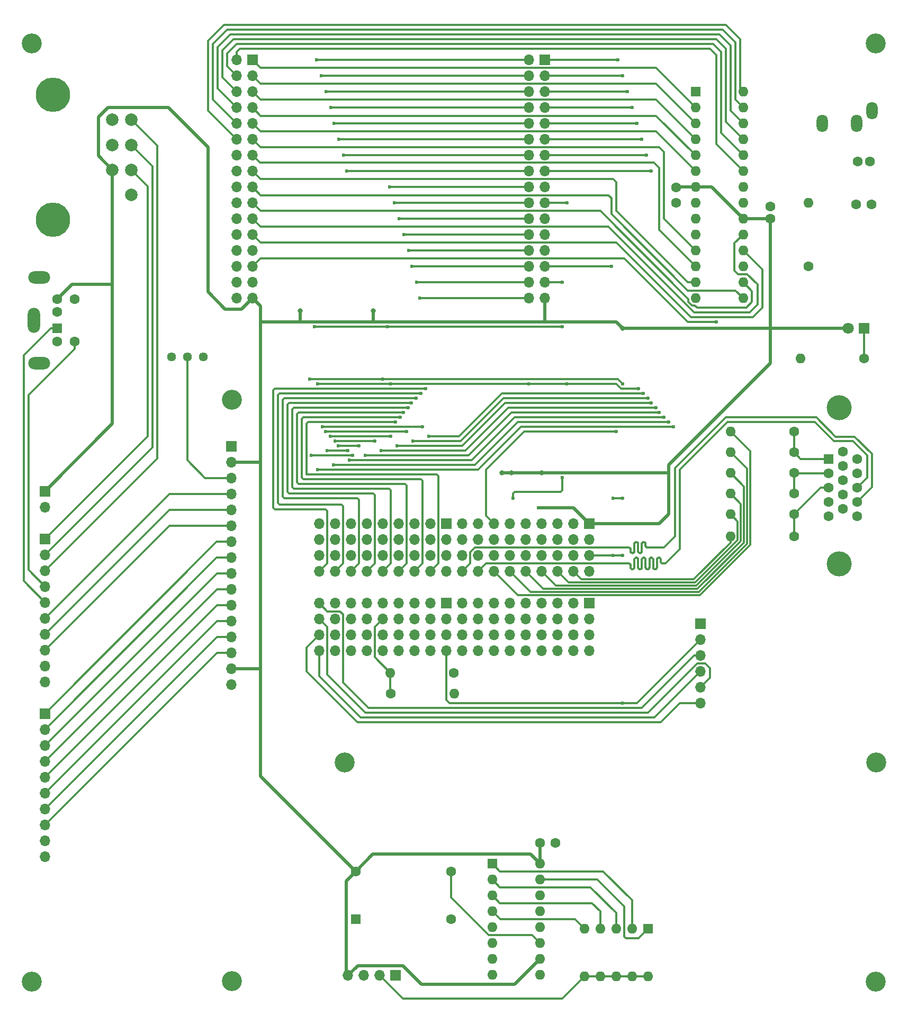
<source format=gbr>
%TF.GenerationSoftware,KiCad,Pcbnew,(5.99.0-7356-g63088e8bdb)*%
%TF.CreationDate,2021-07-14T19:01:45+08:00*%
%TF.ProjectId,DaughterDevBoard,44617567-6874-4657-9244-6576426f6172,rev?*%
%TF.SameCoordinates,Original*%
%TF.FileFunction,Copper,L1,Top*%
%TF.FilePolarity,Positive*%
%FSLAX46Y46*%
G04 Gerber Fmt 4.6, Leading zero omitted, Abs format (unit mm)*
G04 Created by KiCad (PCBNEW (5.99.0-7356-g63088e8bdb)) date 2021-07-14 19:01:45*
%MOMM*%
%LPD*%
G01*
G04 APERTURE LIST*
%TA.AperFunction,WasherPad*%
%ADD10C,5.500000*%
%TD*%
%TA.AperFunction,ComponentPad*%
%ADD11C,2.000000*%
%TD*%
%TA.AperFunction,ComponentPad*%
%ADD12C,3.200000*%
%TD*%
%TA.AperFunction,ComponentPad*%
%ADD13R,1.600000X1.600000*%
%TD*%
%TA.AperFunction,ComponentPad*%
%ADD14O,1.600000X1.600000*%
%TD*%
%TA.AperFunction,ComponentPad*%
%ADD15R,1.700000X1.700000*%
%TD*%
%TA.AperFunction,ComponentPad*%
%ADD16O,1.700000X1.700000*%
%TD*%
%TA.AperFunction,ComponentPad*%
%ADD17C,1.600000*%
%TD*%
%TA.AperFunction,ComponentPad*%
%ADD18C,1.440000*%
%TD*%
%TA.AperFunction,ComponentPad*%
%ADD19O,3.500000X2.000000*%
%TD*%
%TA.AperFunction,ComponentPad*%
%ADD20O,2.000000X4.000000*%
%TD*%
%TA.AperFunction,ComponentPad*%
%ADD21O,1.800000X2.800000*%
%TD*%
%TA.AperFunction,ComponentPad*%
%ADD22C,4.000000*%
%TD*%
%TA.AperFunction,ComponentPad*%
%ADD23R,1.800000X1.800000*%
%TD*%
%TA.AperFunction,ComponentPad*%
%ADD24C,1.800000*%
%TD*%
%TA.AperFunction,ViaPad*%
%ADD25C,0.600000*%
%TD*%
%TA.AperFunction,ViaPad*%
%ADD26C,0.800000*%
%TD*%
%TA.AperFunction,Conductor*%
%ADD27C,0.300000*%
%TD*%
%TA.AperFunction,Conductor*%
%ADD28C,0.500000*%
%TD*%
G04 APERTURE END LIST*
D10*
%TO.P,J7,*%
%TO.N,*%
X33900000Y-38600000D03*
X33900000Y-58600000D03*
D11*
%TO.P,J7,1,GND*%
%TO.N,GND*%
X46400000Y-54600000D03*
%TO.P,J7,2,CLOCK*%
%TO.N,JP_CLOCK*%
X46400000Y-50600000D03*
%TO.P,J7,3,LATCH*%
%TO.N,JP1_LATCH*%
X46400000Y-46600000D03*
%TO.P,J7,4,D1*%
%TO.N,JP1_DATA*%
X46400000Y-42600000D03*
%TO.P,J7,5,D3*%
%TO.N,N/C*%
X43400000Y-42600000D03*
%TO.P,J7,6,D2*%
X43400000Y-46600000D03*
%TO.P,J7,7,VCC*%
%TO.N,+5V*%
X43400000Y-50600000D03*
%TD*%
D12*
%TO.P,REF\u002A\u002A,1*%
%TO.N,GND*%
X62484000Y-180340000D03*
%TD*%
D13*
%TO.P,U1,1,Q1*%
%TO.N,Net-(J11-Pad2)*%
X104140000Y-161544000D03*
D14*
%TO.P,U1,2,Q2*%
%TO.N,Net-(J11-Pad3)*%
X104140000Y-164084000D03*
%TO.P,U1,3,Q3*%
%TO.N,Net-(J11-Pad4)*%
X104140000Y-166624000D03*
%TO.P,U1,4,Q4*%
%TO.N,Net-(J11-Pad5)*%
X104140000Y-169164000D03*
%TO.P,U1,5,Q5*%
%TO.N,N/C*%
X104140000Y-171704000D03*
%TO.P,U1,6,Q6*%
X104140000Y-174244000D03*
%TO.P,U1,7,Q7*%
X104140000Y-176784000D03*
%TO.P,U1,8,GND*%
%TO.N,GND*%
X104140000Y-179324000D03*
%TO.P,U1,9,~RCO*%
%TO.N,N/C*%
X111760000Y-179324000D03*
%TO.P,U1,10,~MRC*%
%TO.N,+5V*%
X111760000Y-176784000D03*
%TO.P,U1,11,CPC*%
%TO.N,APU_CLOCK*%
X111760000Y-174244000D03*
%TO.P,U1,12,~CE*%
%TO.N,GND*%
X111760000Y-171704000D03*
%TO.P,U1,13,CPR*%
%TO.N,APU_CLOCK*%
X111760000Y-169164000D03*
%TO.P,U1,14,~OE*%
%TO.N,GND*%
X111760000Y-166624000D03*
%TO.P,U1,15,Q0*%
%TO.N,Net-(J11-Pad1)*%
X111760000Y-164084000D03*
%TO.P,U1,16,VCC*%
%TO.N,+5V*%
X111760000Y-161544000D03*
%TD*%
D12*
%TO.P,H4,1,1*%
%TO.N,GND*%
X165492157Y-180376000D03*
%TD*%
D15*
%TO.P,J9,1,Pin_1*%
%TO.N,GND*%
X62467917Y-94795116D03*
D16*
%TO.P,J9,2,Pin_2*%
%TO.N,+5V*%
X62467917Y-97335116D03*
%TO.P,J9,3,Pin_3*%
%TO.N,Net-(J9-Pad3)*%
X62467917Y-99875116D03*
%TO.P,J9,4,Pin_4*%
%TO.N,PA5*%
X62467917Y-102415116D03*
%TO.P,J9,5,Pin_5*%
%TO.N,PA6*%
X62467917Y-104955116D03*
%TO.P,J9,6,Pin_6*%
%TO.N,PA7*%
X62467917Y-107495116D03*
%TO.P,J9,7,Pin_7*%
%TO.N,PB0*%
X62467917Y-110035116D03*
%TO.P,J9,8,Pin_8*%
%TO.N,PB1*%
X62467917Y-112575116D03*
%TO.P,J9,9,Pin_9*%
%TO.N,PB2*%
X62467917Y-115115116D03*
%TO.P,J9,10,Pin_10*%
%TO.N,PB3*%
X62467917Y-117655116D03*
%TO.P,J9,11,Pin_11*%
%TO.N,PB4*%
X62467917Y-120195116D03*
%TO.P,J9,12,Pin_12*%
%TO.N,PB5*%
X62467917Y-122735116D03*
%TO.P,J9,13,Pin_13*%
%TO.N,PB6*%
X62467917Y-125275116D03*
%TO.P,J9,14,Pin_14*%
%TO.N,PB7*%
X62467917Y-127815116D03*
%TO.P,J9,15,Pin_15*%
%TO.N,+5V*%
X62467917Y-130355116D03*
%TO.P,J9,16,Pin_16*%
%TO.N,GND*%
X62467917Y-132895116D03*
%TD*%
D17*
%TO.P,R9,1*%
%TO.N,/RESET_1*%
X98013198Y-131048599D03*
D14*
%TO.P,R9,2*%
%TO.N,Net-(J15-Pad14)*%
X87853198Y-131048599D03*
%TD*%
D12*
%TO.P,H2,1,1*%
%TO.N,GND*%
X30492157Y-30376000D03*
%TD*%
D18*
%TO.P,RV1,1,1*%
%TO.N,GND*%
X57912000Y-80488117D03*
%TO.P,RV1,2,2*%
%TO.N,Net-(J9-Pad3)*%
X55372000Y-80488117D03*
%TO.P,RV1,3,3*%
%TO.N,N/C*%
X52832000Y-80488117D03*
%TD*%
D12*
%TO.P,H1,1,1*%
%TO.N,GND*%
X165492157Y-30376000D03*
%TD*%
D15*
%TO.P,J15,1,Pin_1*%
%TO.N,GND*%
X96780000Y-119890000D03*
D16*
%TO.P,J15,2,Pin_2*%
%TO.N,N/C*%
X94240000Y-119890000D03*
%TO.P,J15,3,Pin_3*%
X91700000Y-119890000D03*
%TO.P,J15,4,Pin_4*%
X89160000Y-119890000D03*
%TO.P,J15,5,Pin_5*%
X86620000Y-119890000D03*
%TO.P,J15,6,Pin_6*%
X84080000Y-119890000D03*
%TO.P,J15,7,Pin_7*%
X81540000Y-119890000D03*
%TO.P,J15,8,Pin_8*%
X79000000Y-119890000D03*
%TO.P,J15,9,Pin_9*%
%TO.N,SS*%
X76460000Y-119890000D03*
%TO.P,J15,10,Pin_10*%
%TO.N,N/C*%
X96780000Y-122430000D03*
%TO.P,J15,11,Pin_11*%
X94240000Y-122430000D03*
%TO.P,J15,12,Pin_12*%
X91700000Y-122430000D03*
%TO.P,J15,13,Pin_13*%
X89160000Y-122430000D03*
%TO.P,J15,14,Pin_14*%
%TO.N,Net-(J15-Pad14)*%
X86620000Y-122430000D03*
%TO.P,J15,15,Pin_15*%
%TO.N,N/C*%
X84080000Y-122430000D03*
%TO.P,J15,16,Pin_16*%
X81540000Y-122430000D03*
%TO.P,J15,17,Pin_17*%
X79000000Y-122430000D03*
%TO.P,J15,18,Pin_18*%
%TO.N,SCK*%
X76460000Y-122430000D03*
%TO.P,J15,19,Pin_19*%
%TO.N,MISO*%
X76460000Y-124970000D03*
%TO.P,J15,20,Pin_20*%
%TO.N,N/C*%
X79000000Y-124970000D03*
%TO.P,J15,21,Pin_21*%
X81540000Y-124970000D03*
%TO.P,J15,22,Pin_22*%
X84080000Y-124970000D03*
%TO.P,J15,23,Pin_23*%
X86620000Y-124970000D03*
%TO.P,J15,24,Pin_24*%
X89160000Y-124970000D03*
%TO.P,J15,25,Pin_25*%
X91700000Y-124970000D03*
%TO.P,J15,26,Pin_26*%
X94240000Y-124970000D03*
%TO.P,J15,27,Pin_27*%
%TO.N,GND*%
X96780000Y-124970000D03*
%TO.P,J15,28,Pin_28*%
%TO.N,MOSI*%
X76460000Y-127510000D03*
%TO.P,J15,29,Pin_29*%
%TO.N,N/C*%
X79000000Y-127510000D03*
%TO.P,J15,30,Pin_30*%
X81540000Y-127510000D03*
%TO.P,J15,31,Pin_31*%
X84080000Y-127510000D03*
%TO.P,J15,32,Pin_32*%
X86620000Y-127510000D03*
%TO.P,J15,33,Pin_33*%
X89160000Y-127510000D03*
%TO.P,J15,34,Pin_34*%
X91700000Y-127510000D03*
%TO.P,J15,35,Pin_35*%
X94240000Y-127510000D03*
%TO.P,J15,36,Pin_36*%
%TO.N,+3V3*%
X96780000Y-127510000D03*
%TD*%
D17*
%TO.P,R5,1*%
%TO.N,/VGA Card/GREEN*%
X152400000Y-102362000D03*
D14*
%TO.P,R5,2*%
%TO.N,/VGA Card/DB2*%
X142240000Y-102362000D03*
%TD*%
D13*
%TO.P,U2,1,~RESET~/PC6*%
%TO.N,/RESET*%
X136652000Y-38100000D03*
D14*
%TO.P,U2,2,PD0*%
%TO.N,/DA0*%
X136652000Y-40640000D03*
%TO.P,U2,3,PD1*%
%TO.N,/DA1*%
X136652000Y-43180000D03*
%TO.P,U2,4,PD2*%
%TO.N,/DA2*%
X136652000Y-45720000D03*
%TO.P,U2,5,PD3*%
%TO.N,/DA3*%
X136652000Y-48260000D03*
%TO.P,U2,6,PD4*%
%TO.N,/DA4*%
X136652000Y-50800000D03*
%TO.P,U2,7,VCC*%
%TO.N,+5V*%
X136652000Y-53340000D03*
%TO.P,U2,8,GND*%
%TO.N,GND*%
X136652000Y-55880000D03*
%TO.P,U2,9,XTAL1/PB6*%
%TO.N,APU_CLOCK*%
X136652000Y-58420000D03*
%TO.P,U2,10,XTAL2/PB7*%
%TO.N,N/C*%
X136652000Y-60960000D03*
%TO.P,U2,11,PD5*%
%TO.N,/DA5*%
X136652000Y-63500000D03*
%TO.P,U2,12,PD6*%
%TO.N,/DA6*%
X136652000Y-66040000D03*
%TO.P,U2,13,PD7*%
%TO.N,/DA7*%
X136652000Y-68580000D03*
%TO.P,U2,14,PB0*%
%TO.N,N/C*%
X136652000Y-71120000D03*
%TO.P,U2,15,PB1*%
%TO.N,/RW*%
X144272000Y-71120000D03*
%TO.P,U2,16,PB2*%
%TO.N,/CSB*%
X144272000Y-68580000D03*
%TO.P,U2,17,PB3*%
%TO.N,Net-(R2-Pad1)*%
X144272000Y-66040000D03*
%TO.P,U2,18,PB4*%
%TO.N,/CLOCK1_1*%
X144272000Y-63500000D03*
%TO.P,U2,19,PB5*%
%TO.N,/IRQB*%
X144272000Y-60960000D03*
%TO.P,U2,20,AVCC*%
%TO.N,+5V*%
X144272000Y-58420000D03*
%TO.P,U2,21,AREF*%
%TO.N,GND*%
X144272000Y-55880000D03*
%TO.P,U2,22,GND*%
X144272000Y-53340000D03*
%TO.P,U2,23,PC0*%
%TO.N,/AA0*%
X144272000Y-50800000D03*
%TO.P,U2,24,PC1*%
%TO.N,/AA1*%
X144272000Y-48260000D03*
%TO.P,U2,25,PC2*%
%TO.N,/AA2*%
X144272000Y-45720000D03*
%TO.P,U2,26,PC3*%
%TO.N,/AA3*%
X144272000Y-43180000D03*
%TO.P,U2,27,PC4*%
%TO.N,/AA4*%
X144272000Y-40640000D03*
%TO.P,U2,28,PC5*%
%TO.N,/AA5*%
X144272000Y-38100000D03*
%TD*%
D17*
%TO.P,R3,1*%
%TO.N,/VGA Card/BLUE*%
X152400000Y-109220000D03*
D14*
%TO.P,R3,2*%
%TO.N,/VGA Card/DB0*%
X142240000Y-109220000D03*
%TD*%
D17*
%TO.P,R2,1*%
%TO.N,Net-(R2-Pad1)*%
X154686000Y-66040000D03*
D14*
%TO.P,R2,2*%
%TO.N,Net-(C4-Pad1)*%
X154686000Y-55880000D03*
%TD*%
D17*
%TO.P,C4,1*%
%TO.N,Net-(C4-Pad1)*%
X162306000Y-56134000D03*
%TO.P,C4,2*%
%TO.N,GND*%
X164806000Y-56134000D03*
%TD*%
%TO.P,C1,1*%
%TO.N,+5V*%
X111760000Y-158242000D03*
%TO.P,C1,2*%
%TO.N,GND*%
X114260000Y-158242000D03*
%TD*%
%TO.P,R4,1*%
%TO.N,/VGA Card/BLUE*%
X152400000Y-105664000D03*
D14*
%TO.P,R4,2*%
%TO.N,/VGA Card/DB1*%
X142240000Y-105664000D03*
%TD*%
D12*
%TO.P,H5,1,1*%
%TO.N,GND*%
X165592157Y-145376000D03*
%TD*%
D13*
%TO.P,J1,1*%
%TO.N,JP2_DATA*%
X34544000Y-75946000D03*
D17*
%TO.P,J1,2*%
%TO.N,N/C*%
X34544000Y-73346000D03*
%TO.P,J1,3*%
%TO.N,GND*%
X34544000Y-78046000D03*
%TO.P,J1,4*%
%TO.N,+5V*%
X34544000Y-71246000D03*
%TO.P,J1,5*%
%TO.N,JP2_LATCH*%
X37344000Y-78046000D03*
%TO.P,J1,6*%
%TO.N,N/C*%
X37344000Y-71246000D03*
D19*
%TO.P,J1,7*%
X31694000Y-81496000D03*
X31694000Y-67796000D03*
D20*
X30894000Y-74646000D03*
%TD*%
D12*
%TO.P,H3,1,1*%
%TO.N,GND*%
X30492157Y-180376000D03*
%TD*%
D21*
%TO.P,J12,R*%
%TO.N,N/C*%
X156946000Y-43148000D03*
%TO.P,J12,S*%
%TO.N,GND*%
X164846000Y-41148000D03*
%TO.P,J12,T*%
%TO.N,Net-(C5-Pad1)*%
X162446000Y-43148000D03*
%TD*%
D13*
%TO.P,J11,1,Pin_1*%
%TO.N,Net-(J11-Pad1)*%
X129032000Y-171958000D03*
D14*
%TO.P,J11,2,Pin_2*%
%TO.N,Net-(J11-Pad2)*%
X126492000Y-171958000D03*
%TO.P,J11,3,Pin_3*%
%TO.N,Net-(J11-Pad3)*%
X123952000Y-171958000D03*
%TO.P,J11,4,Pin_4*%
%TO.N,Net-(J11-Pad4)*%
X121412000Y-171958000D03*
%TO.P,J11,5,Pin_5*%
%TO.N,Net-(J11-Pad5)*%
X118872000Y-171958000D03*
%TO.P,J11,6,Pin_6*%
%TO.N,CPU_CLOCK*%
X118872000Y-179578000D03*
%TO.P,J11,7,Pin_7*%
X121412000Y-179578000D03*
%TO.P,J11,8,Pin_8*%
X123952000Y-179578000D03*
%TO.P,J11,9,Pin_9*%
X126492000Y-179578000D03*
%TO.P,J11,10,Pin_10*%
X129032000Y-179578000D03*
%TD*%
D12*
%TO.P,H6,1,1*%
%TO.N,GND*%
X80592157Y-145376000D03*
%TD*%
D17*
%TO.P,C3,1*%
%TO.N,+5V*%
X133586622Y-53382146D03*
%TO.P,C3,2*%
%TO.N,GND*%
X133586622Y-55882146D03*
%TD*%
D15*
%TO.P,J13,1,Pin_1*%
%TO.N,+5V*%
X119640000Y-107190000D03*
D16*
%TO.P,J13,2,Pin_2*%
%TO.N,Net-(U3-Pad6)*%
X117100000Y-107190000D03*
%TO.P,J13,3,Pin_3*%
%TO.N,Net-(J13-Pad3)*%
X114560000Y-107190000D03*
%TO.P,J13,4,Pin_4*%
%TO.N,Net-(U4-Pad6)*%
X112020000Y-107190000D03*
%TO.P,J13,5,Pin_5*%
%TO.N,Net-(U4-Pad7)*%
X109480000Y-107190000D03*
%TO.P,J13,6,Pin_6*%
%TO.N,Net-(J13-Pad6)*%
X106940000Y-107190000D03*
%TO.P,J13,7,Pin_7*%
%TO.N,/VGA Card/DMARW*%
X104400000Y-107190000D03*
%TO.P,J13,8,Pin_8*%
%TO.N,N/C*%
X101860000Y-107190000D03*
%TO.P,J13,9,Pin_9*%
X99320000Y-107190000D03*
%TO.P,J13,10,Pin_10*%
%TO.N,GND*%
X119640000Y-109730000D03*
%TO.P,J13,11,Pin_11*%
%TO.N,N/C*%
X117100000Y-109730000D03*
%TO.P,J13,12,Pin_12*%
X114560000Y-109730000D03*
%TO.P,J13,13,Pin_13*%
X112020000Y-109730000D03*
%TO.P,J13,14,Pin_14*%
X109480000Y-109730000D03*
%TO.P,J13,15,Pin_15*%
X106940000Y-109730000D03*
%TO.P,J13,16,Pin_16*%
X104400000Y-109730000D03*
%TO.P,J13,17,Pin_17*%
X101860000Y-109730000D03*
%TO.P,J13,18,Pin_18*%
X99320000Y-109730000D03*
%TO.P,J13,19,Pin_19*%
X99320000Y-112270000D03*
%TO.P,J13,20,Pin_20*%
X101860000Y-112270000D03*
%TO.P,J13,21,Pin_21*%
X104400000Y-112270000D03*
%TO.P,J13,22,Pin_22*%
X106940000Y-112270000D03*
%TO.P,J13,23,Pin_23*%
X109480000Y-112270000D03*
%TO.P,J13,24,Pin_24*%
X112020000Y-112270000D03*
%TO.P,J13,25,Pin_25*%
X114560000Y-112270000D03*
%TO.P,J13,26,Pin_26*%
X117100000Y-112270000D03*
%TO.P,J13,27,Pin_27*%
%TO.N,+3V3*%
X119640000Y-112270000D03*
%TO.P,J13,28,Pin_28*%
%TO.N,/VGA Card/VSYNC*%
X99320000Y-114810000D03*
%TO.P,J13,29,Pin_29*%
%TO.N,/VGA Card/HSYNC*%
X101860000Y-114810000D03*
%TO.P,J13,30,Pin_30*%
%TO.N,/VGA Card/DB5*%
X104400000Y-114810000D03*
%TO.P,J13,31,Pin_31*%
%TO.N,/VGA Card/DB4*%
X106940000Y-114810000D03*
%TO.P,J13,32,Pin_32*%
%TO.N,/VGA Card/DB3*%
X109480000Y-114810000D03*
%TO.P,J13,33,Pin_33*%
%TO.N,/VGA Card/DB2*%
X112020000Y-114810000D03*
%TO.P,J13,34,Pin_34*%
%TO.N,/VGA Card/DB1*%
X114560000Y-114810000D03*
%TO.P,J13,35,Pin_35*%
%TO.N,/VGA Card/DB0*%
X117100000Y-114810000D03*
%TO.P,J13,36,Pin_36*%
%TO.N,GND*%
X119640000Y-114810000D03*
%TD*%
D22*
%TO.P,J17,0*%
%TO.N,GND*%
X159640000Y-88646000D03*
X159640000Y-113646000D03*
D13*
%TO.P,J17,1*%
%TO.N,/VGA Card/RED*%
X157920000Y-96831000D03*
D17*
%TO.P,J17,2*%
%TO.N,/VGA Card/GREEN*%
X157920000Y-99121000D03*
%TO.P,J17,3*%
%TO.N,/VGA Card/BLUE*%
X157920000Y-101411000D03*
%TO.P,J17,4*%
%TO.N,N/C*%
X157920000Y-103701000D03*
%TO.P,J17,5*%
%TO.N,GND*%
X157920000Y-105991000D03*
%TO.P,J17,6*%
X160200000Y-95686000D03*
%TO.P,J17,7*%
X160200000Y-97976000D03*
%TO.P,J17,8*%
X160200000Y-100266000D03*
%TO.P,J17,9*%
%TO.N,N/C*%
X160200000Y-102556000D03*
%TO.P,J17,10*%
%TO.N,GND*%
X160200000Y-104846000D03*
%TO.P,J17,11*%
%TO.N,N/C*%
X162520000Y-96831000D03*
%TO.P,J17,12*%
X162520000Y-99121000D03*
%TO.P,J17,13*%
%TO.N,/VGA Card/HSYNC*%
X162520000Y-101411000D03*
%TO.P,J17,14*%
%TO.N,/VGA Card/VSYNC*%
X162520000Y-103701000D03*
%TO.P,J17,15*%
%TO.N,N/C*%
X162520000Y-105991000D03*
%TD*%
D15*
%TO.P,J14,1,Pin_1*%
%TO.N,N/C*%
X96780000Y-107190000D03*
D16*
%TO.P,J14,2,Pin_2*%
%TO.N,Net-(J14-Pad2)*%
X94240000Y-107190000D03*
%TO.P,J14,3,Pin_3*%
%TO.N,Net-(J14-Pad3)*%
X91700000Y-107190000D03*
%TO.P,J14,4,Pin_4*%
%TO.N,Net-(J14-Pad4)*%
X89160000Y-107190000D03*
%TO.P,J14,5,Pin_5*%
%TO.N,Net-(J14-Pad5)*%
X86620000Y-107190000D03*
%TO.P,J14,6,Pin_6*%
%TO.N,Net-(J14-Pad6)*%
X84080000Y-107190000D03*
%TO.P,J14,7,Pin_7*%
%TO.N,Net-(J14-Pad7)*%
X81540000Y-107190000D03*
%TO.P,J14,8,Pin_8*%
%TO.N,Net-(J14-Pad8)*%
X79000000Y-107190000D03*
%TO.P,J14,9,Pin_9*%
%TO.N,Net-(J14-Pad9)*%
X76460000Y-107190000D03*
%TO.P,J14,10,Pin_10*%
%TO.N,GND*%
X96780000Y-109730000D03*
%TO.P,J14,11,Pin_11*%
%TO.N,N/C*%
X94240000Y-109730000D03*
%TO.P,J14,12,Pin_12*%
X91700000Y-109730000D03*
%TO.P,J14,13,Pin_13*%
X89160000Y-109730000D03*
%TO.P,J14,14,Pin_14*%
X86620000Y-109730000D03*
%TO.P,J14,15,Pin_15*%
X84080000Y-109730000D03*
%TO.P,J14,16,Pin_16*%
X81540000Y-109730000D03*
%TO.P,J14,17,Pin_17*%
X79000000Y-109730000D03*
%TO.P,J14,18,Pin_18*%
X76460000Y-109730000D03*
%TO.P,J14,19,Pin_19*%
%TO.N,Net-(J14-Pad19)*%
X76460000Y-112270000D03*
%TO.P,J14,20,Pin_20*%
%TO.N,Net-(J14-Pad20)*%
X79000000Y-112270000D03*
%TO.P,J14,21,Pin_21*%
%TO.N,Net-(J14-Pad21)*%
X81540000Y-112270000D03*
%TO.P,J14,22,Pin_22*%
%TO.N,Net-(J14-Pad22)*%
X84080000Y-112270000D03*
%TO.P,J14,23,Pin_23*%
%TO.N,Net-(J14-Pad23)*%
X86620000Y-112270000D03*
%TO.P,J14,24,Pin_24*%
%TO.N,Net-(J14-Pad24)*%
X89160000Y-112270000D03*
%TO.P,J14,25,Pin_25*%
%TO.N,Net-(J14-Pad25)*%
X91700000Y-112270000D03*
%TO.P,J14,26,Pin_26*%
%TO.N,Net-(J14-Pad26)*%
X94240000Y-112270000D03*
%TO.P,J14,27,Pin_27*%
%TO.N,N/C*%
X96780000Y-112270000D03*
%TO.P,J14,28,Pin_28*%
%TO.N,Net-(J14-Pad28)*%
X76460000Y-114810000D03*
%TO.P,J14,29,Pin_29*%
%TO.N,Net-(J14-Pad29)*%
X79000000Y-114810000D03*
%TO.P,J14,30,Pin_30*%
%TO.N,Net-(J14-Pad30)*%
X81540000Y-114810000D03*
%TO.P,J14,31,Pin_31*%
%TO.N,Net-(J14-Pad31)*%
X84080000Y-114810000D03*
%TO.P,J14,32,Pin_32*%
%TO.N,Net-(J14-Pad32)*%
X86620000Y-114810000D03*
%TO.P,J14,33,Pin_33*%
%TO.N,Net-(J14-Pad33)*%
X89160000Y-114810000D03*
%TO.P,J14,34,Pin_34*%
%TO.N,Net-(J14-Pad34)*%
X91700000Y-114810000D03*
%TO.P,J14,35,Pin_35*%
%TO.N,Net-(J14-Pad35)*%
X94240000Y-114810000D03*
%TO.P,J14,36,Pin_36*%
%TO.N,GND*%
X96780000Y-114810000D03*
%TD*%
D13*
%TO.P,X1,1,NC*%
%TO.N,N/C*%
X82296000Y-170434000D03*
D17*
%TO.P,X1,7,GND*%
%TO.N,GND*%
X97536000Y-170434000D03*
%TO.P,X1,8,OUT*%
%TO.N,APU_CLOCK*%
X97536000Y-162814000D03*
%TO.P,X1,14,Vcc*%
%TO.N,+5V*%
X82296000Y-162814000D03*
%TD*%
D15*
%TO.P,J16,1,Pin_1*%
%TO.N,GND*%
X119640000Y-119890000D03*
D16*
%TO.P,J16,2,Pin_2*%
%TO.N,N/C*%
X117100000Y-119890000D03*
%TO.P,J16,3,Pin_3*%
X114560000Y-119890000D03*
%TO.P,J16,4,Pin_4*%
X112020000Y-119890000D03*
%TO.P,J16,5,Pin_5*%
X109480000Y-119890000D03*
%TO.P,J16,6,Pin_6*%
X106940000Y-119890000D03*
%TO.P,J16,7,Pin_7*%
X104400000Y-119890000D03*
%TO.P,J16,8,Pin_8*%
X101860000Y-119890000D03*
%TO.P,J16,9,Pin_9*%
X99320000Y-119890000D03*
%TO.P,J16,10,Pin_10*%
X119640000Y-122430000D03*
%TO.P,J16,11,Pin_11*%
X117100000Y-122430000D03*
%TO.P,J16,12,Pin_12*%
X114560000Y-122430000D03*
%TO.P,J16,13,Pin_13*%
X112020000Y-122430000D03*
%TO.P,J16,14,Pin_14*%
X109480000Y-122430000D03*
%TO.P,J16,15,Pin_15*%
X106940000Y-122430000D03*
%TO.P,J16,16,Pin_16*%
X104400000Y-122430000D03*
%TO.P,J16,17,Pin_17*%
X101860000Y-122430000D03*
%TO.P,J16,18,Pin_18*%
X99320000Y-122430000D03*
%TO.P,J16,19,Pin_19*%
X99320000Y-124970000D03*
%TO.P,J16,20,Pin_20*%
X101860000Y-124970000D03*
%TO.P,J16,21,Pin_21*%
X104400000Y-124970000D03*
%TO.P,J16,22,Pin_22*%
X106940000Y-124970000D03*
%TO.P,J16,23,Pin_23*%
X109480000Y-124970000D03*
%TO.P,J16,24,Pin_24*%
X112020000Y-124970000D03*
%TO.P,J16,25,Pin_25*%
X114560000Y-124970000D03*
%TO.P,J16,26,Pin_26*%
X117100000Y-124970000D03*
%TO.P,J16,27,Pin_27*%
%TO.N,GND*%
X119640000Y-124970000D03*
%TO.P,J16,28,Pin_28*%
%TO.N,N/C*%
X99320000Y-127510000D03*
%TO.P,J16,29,Pin_29*%
X101860000Y-127510000D03*
%TO.P,J16,30,Pin_30*%
X104400000Y-127510000D03*
%TO.P,J16,31,Pin_31*%
X106940000Y-127510000D03*
%TO.P,J16,32,Pin_32*%
X109480000Y-127510000D03*
%TO.P,J16,33,Pin_33*%
X112020000Y-127510000D03*
%TO.P,J16,34,Pin_34*%
X114560000Y-127510000D03*
%TO.P,J16,35,Pin_35*%
X117100000Y-127510000D03*
%TO.P,J16,36,Pin_36*%
X119640000Y-127510000D03*
%TD*%
D17*
%TO.P,R8,1*%
%TO.N,/VGA Card/RED*%
X152400000Y-92456000D03*
D14*
%TO.P,R8,2*%
%TO.N,/VGA Card/DB5*%
X142240000Y-92456000D03*
%TD*%
D12*
%TO.P,REF\u002A\u002A,1*%
%TO.N,GND*%
X62484000Y-87340000D03*
%TD*%
D17*
%TO.P,R1,1*%
%TO.N,Net-(D1-Pad1)*%
X163576000Y-80772000D03*
D14*
%TO.P,R1,2*%
%TO.N,GND*%
X153416000Y-80772000D03*
%TD*%
D17*
%TO.P,R7,1*%
%TO.N,/VGA Card/RED*%
X152400000Y-95758000D03*
D14*
%TO.P,R7,2*%
%TO.N,/VGA Card/DB4*%
X142240000Y-95758000D03*
%TD*%
D17*
%TO.P,C2,1*%
%TO.N,+5V*%
X148590000Y-58420000D03*
%TO.P,C2,2*%
%TO.N,GND*%
X148590000Y-56420000D03*
%TD*%
D15*
%TO.P,J18,1,Pin_1*%
%TO.N,GND*%
X137414000Y-123188000D03*
D16*
%TO.P,J18,2,Pin_2*%
%TO.N,+3V3*%
X137414000Y-125728000D03*
%TO.P,J18,3,Pin_3*%
%TO.N,SS*%
X137414000Y-128268000D03*
%TO.P,J18,4,Pin_4*%
%TO.N,MOSI*%
X137414000Y-130808000D03*
%TO.P,J18,5,Pin_5*%
%TO.N,SCK*%
X137414000Y-133348000D03*
%TO.P,J18,6,Pin_6*%
%TO.N,MISO*%
X137414000Y-135888000D03*
%TD*%
D23*
%TO.P,D1,1,K*%
%TO.N,Net-(D1-Pad1)*%
X163576000Y-75946000D03*
D24*
%TO.P,D1,2,A*%
%TO.N,+5V*%
X161036000Y-75946000D03*
%TD*%
D17*
%TO.P,R10,1*%
%TO.N,Net-(J15-Pad14)*%
X87884000Y-134350599D03*
D14*
%TO.P,R10,2*%
%TO.N,GND*%
X98044000Y-134350599D03*
%TD*%
D17*
%TO.P,C5,1*%
%TO.N,Net-(C5-Pad1)*%
X162560000Y-49276000D03*
%TO.P,C5,2*%
%TO.N,Net-(C4-Pad1)*%
X164560000Y-49276000D03*
%TD*%
%TO.P,R6,1*%
%TO.N,/VGA Card/GREEN*%
X152400000Y-99060000D03*
D14*
%TO.P,R6,2*%
%TO.N,/VGA Card/DB3*%
X142240000Y-99060000D03*
%TD*%
D15*
%TO.P,J3,1,Pin_1*%
%TO.N,/DB0*%
X112522000Y-33020000D03*
D16*
%TO.P,J3,2,Pin_2*%
%TO.N,/DB1*%
X112522000Y-35560000D03*
%TO.P,J3,3,Pin_3*%
%TO.N,/DB2*%
X112522000Y-38100000D03*
%TO.P,J3,4,Pin_4*%
%TO.N,/DB3*%
X112522000Y-40640000D03*
%TO.P,J3,5,Pin_5*%
%TO.N,/DB4*%
X112522000Y-43180000D03*
%TO.P,J3,6,Pin_6*%
%TO.N,/DB5*%
X112522000Y-45720000D03*
%TO.P,J3,7,Pin_7*%
%TO.N,/DB6*%
X112522000Y-48260000D03*
%TO.P,J3,8,Pin_8*%
%TO.N,/DB7*%
X112522000Y-50800000D03*
%TO.P,J3,9,Pin_9*%
%TO.N,/RW_1*%
X112522000Y-53340000D03*
%TO.P,J3,10,Pin_10*%
%TO.N,/CSB_1*%
X112522000Y-55880000D03*
%TO.P,J3,11,Pin_11*%
%TO.N,/NMIB*%
X112522000Y-58420000D03*
%TO.P,J3,12,Pin_12*%
%TO.N,/CLOCK1*%
X112522000Y-60960000D03*
%TO.P,J3,13,Pin_13*%
%TO.N,GND*%
X112522000Y-63500000D03*
%TO.P,J3,14,Pin_14*%
%TO.N,/RESET_1*%
X112522000Y-66040000D03*
%TO.P,J3,15,Pin_15*%
%TO.N,/DMAB*%
X112522000Y-68580000D03*
%TO.P,J3,16,Pin_16*%
%TO.N,+5V*%
X112522000Y-71120000D03*
%TO.P,J3,17,Pin_17*%
%TO.N,/AB0*%
X109982000Y-33020000D03*
%TO.P,J3,18,Pin_18*%
%TO.N,/AB1*%
X109982000Y-35560000D03*
%TO.P,J3,19,Pin_19*%
%TO.N,/AB2*%
X109982000Y-38100000D03*
%TO.P,J3,20,Pin_20*%
%TO.N,/AB3*%
X109982000Y-40640000D03*
%TO.P,J3,21,Pin_21*%
%TO.N,/AB4*%
X109982000Y-43180000D03*
%TO.P,J3,22,Pin_22*%
%TO.N,/AB5*%
X109982000Y-45720000D03*
%TO.P,J3,23,Pin_23*%
%TO.N,/AB6*%
X109982000Y-48260000D03*
%TO.P,J3,24,Pin_24*%
%TO.N,/AB7*%
X109982000Y-50800000D03*
%TO.P,J3,25,Pin_25*%
%TO.N,/AB8*%
X109982000Y-53340000D03*
%TO.P,J3,26,Pin_26*%
%TO.N,/AB9*%
X109982000Y-55880000D03*
%TO.P,J3,27,Pin_27*%
%TO.N,/AB10*%
X109982000Y-58420000D03*
%TO.P,J3,28,Pin_28*%
%TO.N,/AB11*%
X109982000Y-60960000D03*
%TO.P,J3,29,Pin_29*%
%TO.N,/AB12*%
X109982000Y-63500000D03*
%TO.P,J3,30,Pin_30*%
%TO.N,/AB13*%
X109982000Y-66040000D03*
%TO.P,J3,31,Pin_31*%
%TO.N,/AB14*%
X109982000Y-68580000D03*
%TO.P,J3,32,Pin_32*%
%TO.N,/AB15*%
X109982000Y-71120000D03*
%TD*%
D15*
%TO.P,J5,1,Pin_1*%
%TO.N,PB0*%
X32600000Y-137536000D03*
D16*
%TO.P,J5,2,Pin_2*%
%TO.N,PB1*%
X32600000Y-140076000D03*
%TO.P,J5,3,Pin_3*%
%TO.N,PB2*%
X32600000Y-142616000D03*
%TO.P,J5,4,Pin_4*%
%TO.N,PB3*%
X32600000Y-145156000D03*
%TO.P,J5,5,Pin_5*%
%TO.N,PB4*%
X32600000Y-147696000D03*
%TO.P,J5,6,Pin_6*%
%TO.N,PB5*%
X32600000Y-150236000D03*
%TO.P,J5,7,Pin_7*%
%TO.N,PB6*%
X32600000Y-152776000D03*
%TO.P,J5,8,Pin_8*%
%TO.N,PB7*%
X32600000Y-155316000D03*
%TO.P,J5,9,Pin_9*%
%TO.N,N/C*%
X32600000Y-157856000D03*
%TO.P,J5,10,Pin_10*%
X32600000Y-160396000D03*
%TD*%
D15*
%TO.P,J2,1,Pin_1*%
%TO.N,JP_CLOCK*%
X32649999Y-109600000D03*
D16*
%TO.P,J2,2,Pin_2*%
%TO.N,JP1_LATCH*%
X32649999Y-112140000D03*
%TO.P,J2,3,Pin_3*%
%TO.N,JP1_DATA*%
X32649999Y-114680000D03*
%TO.P,J2,4,Pin_4*%
%TO.N,JP2_LATCH*%
X32649999Y-117220000D03*
%TO.P,J2,5,Pin_5*%
%TO.N,JP2_DATA*%
X32649999Y-119760000D03*
%TO.P,J2,6,Pin_6*%
%TO.N,PA5*%
X32649999Y-122300000D03*
%TO.P,J2,7,Pin_7*%
%TO.N,PA6*%
X32649999Y-124840000D03*
%TO.P,J2,8,Pin_8*%
%TO.N,PA7*%
X32649999Y-127380000D03*
%TO.P,J2,9,Pin_9*%
%TO.N,N/C*%
X32649999Y-129920000D03*
%TO.P,J2,10,Pin_10*%
X32649999Y-132460000D03*
%TD*%
D15*
%TO.P,J4,1,Pin_1*%
%TO.N,/DA0*%
X65786000Y-33020000D03*
D16*
%TO.P,J4,2,Pin_2*%
%TO.N,/DA1*%
X65786000Y-35560000D03*
%TO.P,J4,3,Pin_3*%
%TO.N,/DA2*%
X65786000Y-38100000D03*
%TO.P,J4,4,Pin_4*%
%TO.N,/DA3*%
X65786000Y-40640000D03*
%TO.P,J4,5,Pin_5*%
%TO.N,/DA4*%
X65786000Y-43180000D03*
%TO.P,J4,6,Pin_6*%
%TO.N,/DA5*%
X65786000Y-45720000D03*
%TO.P,J4,7,Pin_7*%
%TO.N,/DA6*%
X65786000Y-48260000D03*
%TO.P,J4,8,Pin_8*%
%TO.N,/DA7*%
X65786000Y-50800000D03*
%TO.P,J4,9,Pin_9*%
%TO.N,/RW*%
X65786000Y-53340000D03*
%TO.P,J4,10,Pin_10*%
%TO.N,/CSB*%
X65786000Y-55880000D03*
%TO.P,J4,11,Pin_11*%
%TO.N,/IRQB*%
X65786000Y-58420000D03*
%TO.P,J4,12,Pin_12*%
%TO.N,/CLOCK1_1*%
X65786000Y-60960000D03*
%TO.P,J4,13,Pin_13*%
%TO.N,GND*%
X65786000Y-63500000D03*
%TO.P,J4,14,Pin_14*%
%TO.N,/RESET*%
X65786000Y-66040000D03*
%TO.P,J4,15,Pin_15*%
%TO.N,GND*%
X65786000Y-68580000D03*
%TO.P,J4,16,Pin_16*%
%TO.N,+5V*%
X65786000Y-71120000D03*
%TO.P,J4,17,Pin_17*%
%TO.N,/AA0*%
X63246000Y-33020000D03*
%TO.P,J4,18,Pin_18*%
%TO.N,/AA1*%
X63246000Y-35560000D03*
%TO.P,J4,19,Pin_19*%
%TO.N,/AA2*%
X63246000Y-38100000D03*
%TO.P,J4,20,Pin_20*%
%TO.N,/AA3*%
X63246000Y-40640000D03*
%TO.P,J4,21,Pin_21*%
%TO.N,/AA4*%
X63246000Y-43180000D03*
%TO.P,J4,22,Pin_22*%
%TO.N,/AA5*%
X63246000Y-45720000D03*
%TO.P,J4,23,Pin_23*%
%TO.N,N/C*%
X63246000Y-48260000D03*
%TO.P,J4,24,Pin_24*%
X63246000Y-50800000D03*
%TO.P,J4,25,Pin_25*%
X63246000Y-53340000D03*
%TO.P,J4,26,Pin_26*%
X63246000Y-55880000D03*
%TO.P,J4,27,Pin_27*%
X63246000Y-58420000D03*
%TO.P,J4,28,Pin_28*%
X63246000Y-60960000D03*
%TO.P,J4,29,Pin_29*%
X63246000Y-63500000D03*
%TO.P,J4,30,Pin_30*%
X63246000Y-66040000D03*
%TO.P,J4,31,Pin_31*%
X63246000Y-68580000D03*
%TO.P,J4,32,Pin_32*%
X63246000Y-71120000D03*
%TD*%
D15*
%TO.P,J6,1,Pin_1*%
%TO.N,N/C*%
X88700000Y-179400000D03*
D16*
%TO.P,J6,2,Pin_2*%
%TO.N,CPU_CLOCK*%
X86160000Y-179400000D03*
%TO.P,J6,3,Pin_3*%
%TO.N,GND*%
X83620000Y-179400000D03*
%TO.P,J6,4,Pin_4*%
%TO.N,+5V*%
X81080000Y-179400000D03*
%TD*%
D15*
%TO.P,J10,1,Pin_1*%
%TO.N,+5V*%
X32601000Y-101976000D03*
D16*
%TO.P,J10,2,Pin_2*%
%TO.N,GND*%
X32601000Y-104516000D03*
%TD*%
D25*
%TO.N,/CSB_1*%
X116078000Y-84836000D03*
X109982000Y-84836000D03*
%TO.N,Net-(J14-Pad35)*%
X88646000Y-90932000D03*
%TO.N,Net-(J14-Pad28)*%
X93472000Y-85598000D03*
%TO.N,+3V3*%
X74930000Y-84074000D03*
X86614000Y-84074000D03*
%TO.N,/VGA Card/DMARW*%
X123952000Y-92456000D03*
%TO.N,/RESET_1*%
X123190000Y-66040000D03*
D26*
%TO.N,+5V*%
X105664000Y-99060000D03*
X107188000Y-99060000D03*
X112014000Y-99060000D03*
D25*
%TO.N,/DMAB*%
X115316000Y-99822000D03*
X115316000Y-75692000D03*
%TO.N,+3V3*%
X124968000Y-112268000D03*
D26*
%TO.N,+5V*%
X73406000Y-73152000D03*
D25*
X111506000Y-104648000D03*
D26*
X124968000Y-75946000D03*
X85090000Y-73152000D03*
D25*
%TO.N,/DB0*%
X124206000Y-33020000D03*
%TO.N,/DB1*%
X124968000Y-35560000D03*
%TO.N,/DB2*%
X125730000Y-38100000D03*
%TO.N,/DB3*%
X126492000Y-40640000D03*
%TO.N,/DB4*%
X127254000Y-43180000D03*
%TO.N,/DB5*%
X128016000Y-45720000D03*
%TO.N,/DB6*%
X128778000Y-48260000D03*
%TO.N,/DB7*%
X129540000Y-50800000D03*
%TO.N,/RESET*%
X139954000Y-74930000D03*
%TO.N,/DMAB*%
X107442000Y-103124000D03*
X75692000Y-75692000D03*
X87376000Y-75692000D03*
X115316000Y-68580000D03*
%TO.N,/AB0*%
X76077000Y-33020000D03*
%TO.N,/AB1*%
X76839000Y-35560000D03*
%TO.N,/AB2*%
X77601000Y-38100000D03*
%TO.N,/AB3*%
X78363000Y-40640000D03*
%TO.N,/AB4*%
X78871000Y-43180000D03*
%TO.N,/AB5*%
X79633000Y-45720000D03*
%TO.N,/AB6*%
X80395000Y-48260000D03*
%TO.N,/AB7*%
X80903000Y-50800000D03*
%TO.N,/AB8*%
X87761000Y-53340000D03*
%TO.N,/AB9*%
X88523000Y-55880000D03*
%TO.N,/AB10*%
X89285000Y-58420000D03*
%TO.N,/AB11*%
X90047000Y-60960000D03*
%TO.N,/AB12*%
X90809000Y-63500000D03*
%TO.N,/AB13*%
X91317000Y-66040000D03*
%TO.N,/AB14*%
X92079000Y-68580000D03*
%TO.N,/AB15*%
X92587000Y-71120000D03*
%TO.N,/CSB_1*%
X116078000Y-55880000D03*
X127508000Y-85598000D03*
X76200000Y-84836000D03*
X87884000Y-84836000D03*
%TO.N,+3V3*%
X124968000Y-84836000D03*
X123444000Y-112268000D03*
X123444000Y-103124000D03*
X124968000Y-103124000D03*
X124968000Y-135890000D03*
%TO.N,Net-(J14-Pad2)*%
X93980000Y-93218000D03*
X128270000Y-86360000D03*
%TO.N,Net-(J14-Pad3)*%
X91440000Y-93980000D03*
X129032000Y-87122000D03*
%TO.N,Net-(J14-Pad4)*%
X88900000Y-94742000D03*
X129540000Y-87884000D03*
%TO.N,Net-(J14-Pad5)*%
X130302000Y-88646000D03*
X86360000Y-95504000D03*
%TO.N,Net-(J14-Pad6)*%
X83820000Y-96266000D03*
X130810000Y-89408000D03*
%TO.N,Net-(J14-Pad7)*%
X81280000Y-97028000D03*
X131572000Y-90170000D03*
%TO.N,Net-(J14-Pad8)*%
X78740000Y-97790000D03*
X132334000Y-90932000D03*
%TO.N,Net-(J14-Pad9)*%
X76200000Y-98552000D03*
X133096000Y-91694000D03*
%TO.N,Net-(J14-Pad19)*%
X75184000Y-96266000D03*
X81788000Y-96266000D03*
%TO.N,Net-(J14-Pad20)*%
X77724000Y-95504000D03*
X81026000Y-95504000D03*
%TO.N,Net-(J14-Pad22)*%
X82804000Y-94742000D03*
X79502000Y-94742000D03*
%TO.N,Net-(J14-Pad23)*%
X85344000Y-93980000D03*
X78994000Y-93980000D03*
%TO.N,Net-(J14-Pad24)*%
X78232000Y-93218000D03*
X87884000Y-93218000D03*
%TO.N,Net-(J14-Pad25)*%
X77470000Y-92456000D03*
X90424000Y-92456000D03*
%TO.N,Net-(J14-Pad26)*%
X76962000Y-91694000D03*
X92964000Y-91694000D03*
%TO.N,Net-(J14-Pad29)*%
X92710000Y-86360000D03*
%TO.N,Net-(J14-Pad30)*%
X91948000Y-87122000D03*
%TO.N,Net-(J14-Pad31)*%
X91186000Y-87884000D03*
%TO.N,Net-(J14-Pad32)*%
X90678000Y-88646000D03*
%TO.N,Net-(J14-Pad33)*%
X89916000Y-89408000D03*
%TO.N,Net-(J14-Pad34)*%
X89408000Y-90170000D03*
%TD*%
D27*
%TO.N,Net-(J14-Pad29)*%
X79000000Y-114810000D02*
X80264000Y-113546000D01*
X80264000Y-104394000D02*
X80010000Y-104140000D01*
X80264000Y-113546000D02*
X80264000Y-104394000D01*
X80010000Y-104140000D02*
X70104000Y-104140000D01*
X70104000Y-104140000D02*
X69850000Y-103886000D01*
X69850000Y-103886000D02*
X69850000Y-86614000D01*
X69850000Y-86614000D02*
X70104000Y-86360000D01*
X70104000Y-86360000D02*
X92710000Y-86360000D01*
%TO.N,Net-(J14-Pad28)*%
X76460000Y-114810000D02*
X77724000Y-113546000D01*
X77724000Y-113546000D02*
X77724000Y-105156000D01*
X77724000Y-105156000D02*
X77470000Y-104902000D01*
X69342000Y-85598000D02*
X93472000Y-85598000D01*
X77470000Y-104902000D02*
X69342000Y-104902000D01*
X69088000Y-104648000D02*
X69088000Y-85852000D01*
X69342000Y-104902000D02*
X69088000Y-104648000D01*
X69088000Y-85852000D02*
X69342000Y-85598000D01*
%TO.N,/CSB_1*%
X116078000Y-84836000D02*
X123952000Y-84836000D01*
X123952000Y-84836000D02*
X124714000Y-85598000D01*
X124714000Y-85598000D02*
X127508000Y-85598000D01*
X109982000Y-84836000D02*
X116078000Y-84836000D01*
X109220000Y-84836000D02*
X87884000Y-84836000D01*
X109982000Y-84836000D02*
X109220000Y-84836000D01*
%TO.N,+3V3*%
X86614000Y-84074000D02*
X124206000Y-84074000D01*
X124206000Y-84074000D02*
X124968000Y-84836000D01*
%TO.N,/CSB_1*%
X87884000Y-84836000D02*
X76200000Y-84836000D01*
%TO.N,Net-(J14-Pad30)*%
X81540000Y-114810000D02*
X82804000Y-113546000D01*
X82804000Y-113546000D02*
X82804000Y-103378000D01*
X82804000Y-103378000D02*
X82550000Y-103124000D01*
X82550000Y-103124000D02*
X70866000Y-103124000D01*
X70866000Y-87122000D02*
X91948000Y-87122000D01*
X70866000Y-103124000D02*
X70612000Y-102870000D01*
X70612000Y-102870000D02*
X70612000Y-87376000D01*
X70612000Y-87376000D02*
X70866000Y-87122000D01*
%TO.N,Net-(J14-Pad31)*%
X84080000Y-114810000D02*
X85344000Y-113546000D01*
X85344000Y-113546000D02*
X85344000Y-102616000D01*
X85344000Y-102616000D02*
X85090000Y-102362000D01*
X85090000Y-102362000D02*
X71628000Y-102362000D01*
X71628000Y-102362000D02*
X71374000Y-102108000D01*
X71374000Y-102108000D02*
X71374000Y-88138000D01*
X71374000Y-88138000D02*
X71628000Y-87884000D01*
X71628000Y-87884000D02*
X91186000Y-87884000D01*
%TO.N,Net-(J14-Pad32)*%
X86620000Y-114810000D02*
X87884000Y-113546000D01*
X87884000Y-113546000D02*
X87884000Y-101854000D01*
X87884000Y-101854000D02*
X87630000Y-101600000D01*
X87630000Y-101600000D02*
X72390000Y-101600000D01*
X72390000Y-101600000D02*
X72136000Y-101346000D01*
X72136000Y-101346000D02*
X72136000Y-88900000D01*
X72136000Y-88900000D02*
X72390000Y-88646000D01*
X72390000Y-88646000D02*
X90678000Y-88646000D01*
%TO.N,Net-(J14-Pad33)*%
X89160000Y-114810000D02*
X90424000Y-113546000D01*
X90424000Y-113546000D02*
X90424000Y-101092000D01*
X90424000Y-101092000D02*
X90170000Y-100838000D01*
X90170000Y-100838000D02*
X73152000Y-100838000D01*
X73152000Y-100838000D02*
X72898000Y-100584000D01*
X72898000Y-100584000D02*
X72898000Y-89662000D01*
X72898000Y-89662000D02*
X73152000Y-89408000D01*
X73152000Y-89408000D02*
X89916000Y-89408000D01*
%TO.N,Net-(J14-Pad34)*%
X91700000Y-114810000D02*
X92964000Y-113546000D01*
X92710000Y-100076000D02*
X73914000Y-100076000D01*
X73660000Y-90424000D02*
X73914000Y-90170000D01*
X92964000Y-113546000D02*
X92964000Y-100330000D01*
X92964000Y-100330000D02*
X92710000Y-100076000D01*
X73914000Y-100076000D02*
X73660000Y-99822000D01*
X73660000Y-99822000D02*
X73660000Y-90424000D01*
X73914000Y-90170000D02*
X89408000Y-90170000D01*
%TO.N,Net-(J14-Pad35)*%
X88646000Y-90932000D02*
X74676000Y-90932000D01*
X74676000Y-90932000D02*
X74422000Y-91186000D01*
X74422000Y-91186000D02*
X74422000Y-99314000D01*
X95504000Y-99568000D02*
X95504000Y-113546000D01*
X74422000Y-99314000D02*
X95250000Y-99314000D01*
X95250000Y-99314000D02*
X95504000Y-99568000D01*
X95504000Y-113546000D02*
X94240000Y-114810000D01*
%TO.N,+3V3*%
X86614000Y-84074000D02*
X74930000Y-84074000D01*
%TO.N,/VGA Card/DMARW*%
X103124000Y-105914000D02*
X104400000Y-107190000D01*
X103124000Y-98552000D02*
X103124000Y-105914000D01*
X109220000Y-92456000D02*
X103124000Y-98552000D01*
X123952000Y-92456000D02*
X109220000Y-92456000D01*
%TO.N,/RESET_1*%
X112522000Y-66040000D02*
X123190000Y-66040000D01*
%TO.N,/CSB_1*%
X112522000Y-55880000D02*
X116078000Y-55880000D01*
%TO.N,/DMAB*%
X112522000Y-68580000D02*
X115316000Y-68580000D01*
D28*
%TO.N,+5V*%
X107188000Y-99060000D02*
X105664000Y-99060000D01*
X112014000Y-99060000D02*
X107188000Y-99060000D01*
X112014000Y-99060000D02*
X132334000Y-99060000D01*
X132334000Y-99060000D02*
X132334000Y-97790000D01*
X111506000Y-104648000D02*
X112522000Y-104648000D01*
X112522000Y-104648000D02*
X117098000Y-104648000D01*
X117098000Y-104648000D02*
X119640000Y-107190000D01*
D27*
%TO.N,/DMAB*%
X115316000Y-99822000D02*
X115316000Y-101854000D01*
X107442000Y-102362000D02*
X107442000Y-103124000D01*
X115316000Y-101854000D02*
X115062000Y-102108000D01*
X115062000Y-102108000D02*
X107696000Y-102108000D01*
X107696000Y-102108000D02*
X107442000Y-102362000D01*
X87376000Y-75692000D02*
X115316000Y-75692000D01*
%TO.N,+3V3*%
X119640000Y-112270000D02*
X119642000Y-112268000D01*
X119642000Y-112268000D02*
X123444000Y-112268000D01*
X123444000Y-112268000D02*
X124968000Y-112268000D01*
X123444000Y-103124000D02*
X124968000Y-103124000D01*
D28*
%TO.N,+5V*%
X73406000Y-74422000D02*
X73406000Y-74930000D01*
X125222000Y-75946000D02*
X148590000Y-75946000D01*
X64038001Y-72867999D02*
X65786000Y-71120000D01*
X58674000Y-70104000D02*
X61437999Y-72867999D01*
X52324000Y-40640000D02*
X58674000Y-46990000D01*
X32601000Y-101976000D02*
X43400000Y-91177000D01*
X85090000Y-74930000D02*
X73406000Y-74930000D01*
X67564000Y-74930000D02*
X67056000Y-74930000D01*
X136652000Y-53340000D02*
X139192000Y-53340000D01*
X110259999Y-160043999D02*
X111760000Y-161544000D01*
X92813967Y-180824001D02*
X89839956Y-177849990D01*
X43400000Y-91177000D02*
X43400000Y-91100000D01*
X43400000Y-68868000D02*
X43400000Y-50600000D01*
X124968000Y-75946000D02*
X125222000Y-75946000D01*
X67002884Y-130355116D02*
X67056000Y-130302000D01*
X148590000Y-75946000D02*
X148590000Y-81534000D01*
X67056000Y-72390000D02*
X67056000Y-74422000D01*
X124968000Y-75946000D02*
X123952000Y-74930000D01*
X82630010Y-177849990D02*
X81080000Y-179400000D01*
X80795999Y-164314001D02*
X80795999Y-179115999D01*
X82296000Y-162814000D02*
X85066001Y-160043999D01*
X85090000Y-73152000D02*
X85090000Y-74422000D01*
X82296000Y-162814000D02*
X80795999Y-164314001D01*
X58674000Y-46990000D02*
X58674000Y-70104000D01*
X34544000Y-71246000D02*
X36922000Y-68868000D01*
X139192000Y-53340000D02*
X144272000Y-58420000D01*
X36922000Y-68868000D02*
X43400000Y-68868000D01*
X73406000Y-74930000D02*
X67564000Y-74930000D01*
X132334000Y-99314000D02*
X132334000Y-105664000D01*
X67002884Y-97335116D02*
X67056000Y-97282000D01*
X41148000Y-48348000D02*
X41148000Y-42164000D01*
X123952000Y-74930000D02*
X85090000Y-74930000D01*
X67056000Y-97282000D02*
X67056000Y-147574000D01*
X62467917Y-97335116D02*
X67002884Y-97335116D01*
X144272000Y-58420000D02*
X148590000Y-58420000D01*
X67056000Y-147574000D02*
X82296000Y-162814000D01*
X119888000Y-106942000D02*
X119640000Y-107190000D01*
X67056000Y-74422000D02*
X67056000Y-97282000D01*
X41148000Y-42164000D02*
X42672000Y-40640000D01*
X43400000Y-91100000D02*
X43400000Y-68868000D01*
X89839956Y-177849990D02*
X82630010Y-177849990D01*
X107719999Y-180824001D02*
X92813967Y-180824001D01*
X111760000Y-176784000D02*
X107719999Y-180824001D01*
X133628768Y-53340000D02*
X136652000Y-53340000D01*
X130808000Y-107190000D02*
X119640000Y-107190000D01*
X132334000Y-105664000D02*
X130808000Y-107190000D01*
X62467917Y-130355116D02*
X67002884Y-130355116D01*
X161036000Y-75946000D02*
X148590000Y-75946000D01*
X61437999Y-72867999D02*
X64038001Y-72867999D01*
X85066001Y-160043999D02*
X110259999Y-160043999D01*
X148590000Y-81534000D02*
X132334000Y-97790000D01*
X42672000Y-40640000D02*
X52324000Y-40640000D01*
X148590000Y-58420000D02*
X148590000Y-75946000D01*
X132334000Y-97790000D02*
X132334000Y-99314000D01*
X111760000Y-161544000D02*
X111760000Y-158242000D01*
X112522000Y-74930000D02*
X112522000Y-71120000D01*
X73406000Y-73152000D02*
X73406000Y-74422000D01*
X85090000Y-74422000D02*
X85090000Y-74930000D01*
X65786000Y-71120000D02*
X67056000Y-72390000D01*
X43400000Y-50600000D02*
X41148000Y-48348000D01*
D27*
%TO.N,Net-(D1-Pad1)*%
X163576000Y-75438000D02*
X163576000Y-80772000D01*
%TO.N,JP2_LATCH*%
X37344000Y-79242000D02*
X37344000Y-78046000D01*
X32649999Y-117220000D02*
X29972000Y-114542001D01*
X29972000Y-86614000D02*
X37344000Y-79242000D01*
X29972000Y-114542001D02*
X29972000Y-86614000D01*
%TO.N,JP2_DATA*%
X33528000Y-75946000D02*
X34544000Y-75946000D01*
X29210000Y-80264000D02*
X33528000Y-75946000D01*
X29210000Y-116320001D02*
X29210000Y-80264000D01*
X32649999Y-119760000D02*
X29210000Y-116320001D01*
%TO.N,JP_CLOCK*%
X49022000Y-93227999D02*
X49022000Y-53222000D01*
X32649999Y-109600000D02*
X49022000Y-93227999D01*
X49022000Y-53222000D02*
X46400000Y-50600000D01*
%TO.N,JP1_LATCH*%
X32649999Y-112140000D02*
X49784000Y-95005999D01*
X49784000Y-95005999D02*
X49784000Y-49984000D01*
X49784000Y-49984000D02*
X46400000Y-46600000D01*
%TO.N,JP1_DATA*%
X50546000Y-96783999D02*
X50546000Y-46746000D01*
X50546000Y-46746000D02*
X46400000Y-42600000D01*
X32649999Y-114680000D02*
X50546000Y-96783999D01*
%TO.N,PA5*%
X32649999Y-122300000D02*
X52534883Y-102415116D01*
X62467917Y-102415116D02*
X52534883Y-102415116D01*
%TO.N,PA6*%
X32649999Y-124830001D02*
X52524884Y-104955116D01*
X62467917Y-104955116D02*
X52524884Y-104955116D01*
%TO.N,PA7*%
X32649999Y-127370001D02*
X52524884Y-107495116D01*
X62467917Y-107495116D02*
X52524884Y-107495116D01*
%TO.N,/DB0*%
X112522000Y-33020000D02*
X124206000Y-33020000D01*
%TO.N,/DB1*%
X112522000Y-35560000D02*
X124968000Y-35560000D01*
%TO.N,/DB2*%
X112522000Y-38100000D02*
X125730000Y-38100000D01*
%TO.N,/DB3*%
X112522000Y-40640000D02*
X126492000Y-40640000D01*
%TO.N,/DB4*%
X112522000Y-43180000D02*
X127254000Y-43180000D01*
%TO.N,/DB5*%
X112522000Y-45720000D02*
X128016000Y-45720000D01*
%TO.N,/DB6*%
X112522000Y-48260000D02*
X128778000Y-48260000D01*
%TO.N,/DB7*%
X112522000Y-50800000D02*
X129540000Y-50800000D01*
%TO.N,/RW*%
X123190000Y-57658000D02*
X135432000Y-69900000D01*
X122751999Y-54679999D02*
X123190000Y-55118000D01*
X67125999Y-54679999D02*
X122751999Y-54679999D01*
X65786000Y-53340000D02*
X67125999Y-54679999D01*
X123190000Y-55118000D02*
X123190000Y-57658000D01*
X143052000Y-69900000D02*
X144272000Y-71120000D01*
X135432000Y-69900000D02*
X143052000Y-69900000D01*
%TO.N,/CSB*%
X136906000Y-72644000D02*
X144780000Y-72644000D01*
X121412000Y-57150000D02*
X135501999Y-71239999D01*
X136532001Y-72270001D02*
X136906000Y-72644000D01*
X144780000Y-72644000D02*
X145700000Y-71724000D01*
X145700000Y-71724000D02*
X145700000Y-70008000D01*
X135501999Y-71672001D02*
X136099999Y-72270001D01*
X136099999Y-72270001D02*
X136532001Y-72270001D01*
X135501999Y-71239999D02*
X135501999Y-71672001D01*
X67056000Y-57150000D02*
X121412000Y-57150000D01*
X65786000Y-55880000D02*
X67056000Y-57150000D01*
X145700000Y-70008000D02*
X144272000Y-68580000D01*
%TO.N,/RESET*%
X67056000Y-64770000D02*
X65786000Y-66040000D01*
X125222000Y-64770000D02*
X67056000Y-64770000D01*
X139954000Y-74930000D02*
X135382000Y-74930000D01*
X135382000Y-74930000D02*
X125222000Y-64770000D01*
%TO.N,/DMAB*%
X87376000Y-75692000D02*
X75692000Y-75692000D01*
%TO.N,/AB0*%
X109982000Y-33020000D02*
X76077000Y-33020000D01*
%TO.N,/AB1*%
X109982000Y-35560000D02*
X76839000Y-35560000D01*
%TO.N,/AB2*%
X109982000Y-38100000D02*
X77601000Y-38100000D01*
%TO.N,/AB3*%
X109982000Y-40640000D02*
X78363000Y-40640000D01*
%TO.N,/AB4*%
X109982000Y-43180000D02*
X78871000Y-43180000D01*
%TO.N,/AB5*%
X109982000Y-45720000D02*
X79633000Y-45720000D01*
%TO.N,/AB6*%
X109982000Y-48260000D02*
X80395000Y-48260000D01*
%TO.N,/AB7*%
X109982000Y-50800000D02*
X80903000Y-50800000D01*
%TO.N,/AB8*%
X109982000Y-53340000D02*
X87761000Y-53340000D01*
%TO.N,/AB9*%
X109982000Y-55880000D02*
X88523000Y-55880000D01*
%TO.N,/AB10*%
X109982000Y-58420000D02*
X89285000Y-58420000D01*
%TO.N,/AB11*%
X109982000Y-60960000D02*
X90047000Y-60960000D01*
%TO.N,/AB12*%
X109982000Y-63500000D02*
X90809000Y-63500000D01*
%TO.N,/AB13*%
X109982000Y-66040000D02*
X91317000Y-66040000D01*
%TO.N,/AB14*%
X92079000Y-68580000D02*
X109982000Y-68580000D01*
%TO.N,/AB15*%
X92587000Y-71120000D02*
X109982000Y-71120000D01*
%TO.N,/DA0*%
X67056000Y-34290000D02*
X130302000Y-34290000D01*
X65786000Y-33020000D02*
X67056000Y-34290000D01*
X130302000Y-34290000D02*
X136652000Y-40640000D01*
%TO.N,/DA1*%
X65786000Y-35560000D02*
X67056000Y-36830000D01*
X130302000Y-36830000D02*
X136652000Y-43180000D01*
X67056000Y-36830000D02*
X130302000Y-36830000D01*
%TO.N,/DA2*%
X67056000Y-39370000D02*
X130302000Y-39370000D01*
X130302000Y-39370000D02*
X136652000Y-45720000D01*
X65786000Y-38100000D02*
X67056000Y-39370000D01*
%TO.N,/DA3*%
X67125999Y-41979999D02*
X130371999Y-41979999D01*
X130371999Y-41979999D02*
X136652000Y-48260000D01*
X65786000Y-40640000D02*
X67125999Y-41979999D01*
%TO.N,/DA4*%
X130302000Y-44450000D02*
X136652000Y-50800000D01*
X65786000Y-43180000D02*
X67056000Y-44450000D01*
X67056000Y-44450000D02*
X130302000Y-44450000D01*
%TO.N,/DA5*%
X136652000Y-63500000D02*
X131572000Y-58420000D01*
X131572000Y-47752000D02*
X130810000Y-46990000D01*
X130810000Y-46990000D02*
X67056000Y-46990000D01*
X67056000Y-46990000D02*
X65786000Y-45720000D01*
X131572000Y-58420000D02*
X131572000Y-47752000D01*
%TO.N,/DA6*%
X130810000Y-60198000D02*
X130810000Y-50292000D01*
X129978001Y-49460001D02*
X66986001Y-49460001D01*
X130810000Y-50292000D02*
X129978001Y-49460001D01*
X66986001Y-49460001D02*
X65786000Y-48260000D01*
X136652000Y-66040000D02*
X130810000Y-60198000D01*
%TO.N,/DA7*%
X123952000Y-57150000D02*
X135382000Y-68580000D01*
X65786000Y-50800000D02*
X67056000Y-52070000D01*
X135382000Y-68580000D02*
X136652000Y-68580000D01*
X123952000Y-52578000D02*
X123952000Y-57150000D01*
X67056000Y-52070000D02*
X123444000Y-52070000D01*
X123444000Y-52070000D02*
X123952000Y-52578000D01*
%TO.N,/IRQB*%
X143500000Y-67300000D02*
X142900000Y-66700000D01*
X67056000Y-59690000D02*
X122682000Y-59690000D01*
X122682000Y-59690000D02*
X136398000Y-73406000D01*
X145288000Y-73406000D02*
X146558000Y-72136000D01*
X146558000Y-72136000D02*
X146558000Y-68924000D01*
X142900000Y-66700000D02*
X142900000Y-62332000D01*
X65786000Y-58420000D02*
X67056000Y-59690000D01*
X146558000Y-68924000D02*
X144934000Y-67300000D01*
X142900000Y-62332000D02*
X144272000Y-60960000D01*
X136398000Y-73406000D02*
X145288000Y-73406000D01*
X144934000Y-67300000D02*
X143500000Y-67300000D01*
%TO.N,/CLOCK1_1*%
X65786000Y-60960000D02*
X67056000Y-62230000D01*
X147320000Y-66520000D02*
X144300000Y-63500000D01*
X145796000Y-74168000D02*
X147320000Y-72644000D01*
X135890000Y-74168000D02*
X145796000Y-74168000D01*
X67056000Y-62230000D02*
X123952000Y-62230000D01*
X147320000Y-72644000D02*
X147320000Y-66520000D01*
X123952000Y-62230000D02*
X135890000Y-74168000D01*
%TO.N,/AA0*%
X63754000Y-31242000D02*
X63246000Y-31750000D01*
X144272000Y-50800000D02*
X139954000Y-46482000D01*
X139954000Y-32258000D02*
X138938000Y-31242000D01*
X63246000Y-31750000D02*
X63246000Y-33020000D01*
X139954000Y-46482000D02*
X139954000Y-32258000D01*
X138938000Y-31242000D02*
X63754000Y-31242000D01*
%TO.N,/AA1*%
X140716000Y-31750000D02*
X139446000Y-30480000D01*
X61722000Y-34036000D02*
X63246000Y-35560000D01*
X61722000Y-32004000D02*
X61722000Y-34036000D01*
X144272000Y-48260000D02*
X140716000Y-44704000D01*
X139446000Y-30480000D02*
X63246000Y-30480000D01*
X63246000Y-30480000D02*
X61722000Y-32004000D01*
X140716000Y-44704000D02*
X140716000Y-31750000D01*
%TO.N,/AA2*%
X141478000Y-31242000D02*
X139954000Y-29718000D01*
X62738000Y-29718000D02*
X60960000Y-31496000D01*
X144272000Y-45720000D02*
X141478000Y-42926000D01*
X139954000Y-29718000D02*
X62738000Y-29718000D01*
X141478000Y-42926000D02*
X141478000Y-31242000D01*
X60960000Y-35814000D02*
X63246000Y-38100000D01*
X60960000Y-31496000D02*
X60960000Y-35814000D01*
%TO.N,/AA3*%
X62230000Y-28956000D02*
X140462000Y-28956000D01*
X63246000Y-40640000D02*
X60198000Y-37592000D01*
X142240000Y-30734000D02*
X142240000Y-41148000D01*
X60198000Y-30988000D02*
X62230000Y-28956000D01*
X60198000Y-37592000D02*
X60198000Y-30988000D01*
X142240000Y-41148000D02*
X144272000Y-43180000D01*
X140462000Y-28956000D02*
X142240000Y-30734000D01*
%TO.N,/AA4*%
X59436000Y-30480000D02*
X59436000Y-39370000D01*
X143002000Y-30226000D02*
X140970000Y-28194000D01*
X140970000Y-28194000D02*
X61722000Y-28194000D01*
X61722000Y-28194000D02*
X59436000Y-30480000D01*
X143002000Y-39370000D02*
X143002000Y-30226000D01*
X144272000Y-40640000D02*
X143002000Y-39370000D01*
X59436000Y-39370000D02*
X63246000Y-43180000D01*
%TO.N,/AA5*%
X143764000Y-29718000D02*
X141478000Y-27432000D01*
X58674000Y-41148000D02*
X63246000Y-45720000D01*
X58674000Y-29972000D02*
X58674000Y-41148000D01*
X143764000Y-37592000D02*
X143764000Y-29718000D01*
X61214000Y-27432000D02*
X58674000Y-29972000D01*
X141478000Y-27432000D02*
X61214000Y-27432000D01*
%TO.N,PB0*%
X32600000Y-137536000D02*
X60100884Y-110035116D01*
X62467917Y-110035116D02*
X60100884Y-110035116D01*
%TO.N,PB1*%
X62467917Y-112575116D02*
X60100884Y-112575116D01*
X32600000Y-140076000D02*
X60100884Y-112575116D01*
%TO.N,PB2*%
X32644000Y-142616000D02*
X60144884Y-115115116D01*
X62467917Y-115115116D02*
X60144884Y-115115116D01*
%TO.N,PB3*%
X32644000Y-145156000D02*
X60144884Y-117655116D01*
X62467917Y-117655116D02*
X60144884Y-117655116D01*
%TO.N,PB4*%
X62467917Y-120195116D02*
X60144884Y-120195116D01*
X32644000Y-147696000D02*
X60144884Y-120195116D01*
%TO.N,PB5*%
X32644000Y-150236000D02*
X60144884Y-122735116D01*
X62467917Y-122735116D02*
X60144884Y-122735116D01*
%TO.N,PB6*%
X32644000Y-152776000D02*
X60144884Y-125275116D01*
X62467917Y-125275116D02*
X60144884Y-125275116D01*
%TO.N,PB7*%
X62467917Y-127815116D02*
X60144884Y-127815116D01*
X32644000Y-155316000D02*
X60144884Y-127815116D01*
%TO.N,CPU_CLOCK*%
X126492000Y-179578000D02*
X129032000Y-179578000D01*
X115316000Y-183134000D02*
X118872000Y-179578000D01*
X121412000Y-179578000D02*
X123952000Y-179578000D01*
X118872000Y-179578000D02*
X121412000Y-179578000D01*
X123952000Y-179578000D02*
X126492000Y-179578000D01*
X86160000Y-179400000D02*
X89894000Y-183134000D01*
X89894000Y-183134000D02*
X115316000Y-183134000D01*
%TO.N,Net-(J9-Pad3)*%
X55372000Y-97028000D02*
X58219116Y-99875116D01*
X55372000Y-80488117D02*
X55372000Y-97028000D01*
X58219116Y-99875116D02*
X62467917Y-99875116D01*
%TO.N,Net-(J11-Pad5)*%
X104140000Y-169164000D02*
X105429999Y-170453999D01*
X105429999Y-170453999D02*
X117367999Y-170453999D01*
X117367999Y-170453999D02*
X118872000Y-171958000D01*
%TO.N,Net-(J11-Pad4)*%
X105390001Y-167874001D02*
X120122001Y-167874001D01*
X120122001Y-167874001D02*
X121412000Y-169164000D01*
X121412000Y-169164000D02*
X121412000Y-171958000D01*
X104140000Y-166624000D02*
X105390001Y-167874001D01*
%TO.N,Net-(J11-Pad3)*%
X105390001Y-165334001D02*
X119868001Y-165334001D01*
X123952000Y-169418000D02*
X123952000Y-171958000D01*
X119868001Y-165334001D02*
X123952000Y-169418000D01*
X104140000Y-164084000D02*
X105390001Y-165334001D01*
%TO.N,Net-(J11-Pad2)*%
X113010001Y-162794001D02*
X113030000Y-162814000D01*
X113010001Y-162794001D02*
X121900001Y-162794001D01*
X105390001Y-162794001D02*
X113010001Y-162794001D01*
X126492000Y-167386000D02*
X126492000Y-171958000D01*
X121900001Y-162794001D02*
X126492000Y-167386000D01*
X104140000Y-161544000D02*
X105390001Y-162794001D01*
%TO.N,Net-(J11-Pad1)*%
X125241999Y-173247999D02*
X125476000Y-173482000D01*
X127508000Y-173482000D02*
X129032000Y-171958000D01*
X125222000Y-169190037D02*
X125241999Y-169210036D01*
X125241999Y-169210036D02*
X125241999Y-173247999D01*
X120904000Y-164084000D02*
X125222000Y-168402000D01*
X111760000Y-164084000D02*
X120904000Y-164084000D01*
X125222000Y-168402000D02*
X125222000Y-169190037D01*
X125476000Y-173482000D02*
X127508000Y-173482000D01*
%TO.N,+3V3*%
X96780000Y-135388000D02*
X97282000Y-135890000D01*
X96780000Y-127510000D02*
X96780000Y-135388000D01*
X97282000Y-135890000D02*
X127252000Y-135890000D01*
X127252000Y-135890000D02*
X137414000Y-125728000D01*
%TO.N,/VGA Card/HSYNC*%
X129584000Y-112612734D02*
X129650756Y-112620256D01*
X128796953Y-114397815D02*
X128853834Y-114433556D01*
X134112000Y-111252000D02*
X134112000Y-98552000D01*
X127250756Y-112620256D02*
X127314165Y-112642444D01*
X129913709Y-114293431D02*
X129949450Y-114350312D01*
X126396953Y-114397815D02*
X126453834Y-114433556D01*
X128713709Y-114293431D02*
X128749450Y-114350312D01*
X129884000Y-112912734D02*
X129884000Y-114163266D01*
X129996953Y-114397815D02*
X130053834Y-114433556D01*
X127484000Y-114163266D02*
X127491521Y-114230022D01*
X131084000Y-113238000D02*
X131091521Y-113304757D01*
X128054290Y-114293431D02*
X128076478Y-114230022D01*
X127513709Y-114293431D02*
X127549450Y-114350312D01*
X130653834Y-112642444D02*
X130717243Y-112620256D01*
X127117243Y-112620256D02*
X127184000Y-112612734D01*
X130784000Y-112612734D02*
X130850756Y-112620256D01*
X126349450Y-114350312D02*
X126396953Y-114397815D01*
X129453834Y-112642444D02*
X129517243Y-112620256D01*
X126050756Y-113545521D02*
X126114165Y-113567709D01*
X130117243Y-114455744D02*
X130184000Y-114463266D01*
X127850756Y-114455744D02*
X127914165Y-114433556D01*
X131084000Y-112912734D02*
X131084000Y-113238000D01*
X130596953Y-112678185D02*
X130653834Y-112642444D01*
X128684000Y-114163266D02*
X128691521Y-114230022D01*
X125984000Y-113538000D02*
X126050756Y-113545521D01*
X131091521Y-113304757D02*
X131113709Y-113368166D01*
X126771046Y-114397815D02*
X126818549Y-114350312D01*
X131253834Y-113508291D02*
X131317243Y-113530479D01*
X131826000Y-113538000D02*
X134112000Y-111252000D01*
X131149450Y-113425047D02*
X131196953Y-113472550D01*
X129818549Y-112725688D02*
X129854290Y-112782569D01*
X126650756Y-114455744D02*
X126714165Y-114433556D01*
X128684000Y-112912734D02*
X128684000Y-114163266D01*
X129517243Y-112620256D02*
X129584000Y-112612734D01*
X164084000Y-96266000D02*
X164084000Y-99822000D01*
X128317243Y-112620256D02*
X128384000Y-112612734D01*
X130971046Y-112678185D02*
X131018549Y-112725688D01*
X126276478Y-113771243D02*
X126284000Y-113838000D01*
X126218549Y-113650953D02*
X126254290Y-113707834D01*
X126313709Y-114293431D02*
X126349450Y-114350312D01*
X129771046Y-112678185D02*
X129818549Y-112725688D01*
X131196953Y-113472550D02*
X131253834Y-113508291D01*
X126284000Y-113838000D02*
X126284000Y-114163266D01*
X161800499Y-93982499D02*
X164084000Y-96266000D01*
X127454290Y-112782569D02*
X127476478Y-112845978D01*
X127914165Y-114433556D02*
X127971046Y-114397815D01*
X129218549Y-114350312D02*
X129254290Y-114293431D01*
X130371046Y-114397815D02*
X130418549Y-114350312D01*
X128571046Y-112678185D02*
X128618549Y-112725688D01*
X127371046Y-112678185D02*
X127418549Y-112725688D01*
X126876478Y-114230022D02*
X126884000Y-114163266D01*
X128917243Y-114455744D02*
X128984000Y-114463266D01*
X128091521Y-112845978D02*
X128113709Y-112782569D01*
X130476478Y-114230022D02*
X130484000Y-114163266D01*
X127971046Y-114397815D02*
X128018549Y-114350312D01*
X126114165Y-113567709D02*
X126171046Y-113603450D01*
X127053834Y-112642444D02*
X127117243Y-112620256D01*
X128113709Y-112782569D02*
X128149450Y-112725688D01*
X129284000Y-112912734D02*
X129291521Y-112845978D01*
X126291521Y-114230022D02*
X126313709Y-114293431D01*
X128084000Y-114163266D02*
X128084000Y-112912734D01*
X126714165Y-114433556D02*
X126771046Y-114397815D01*
X126254290Y-113707834D02*
X126276478Y-113771243D01*
X128253834Y-112642444D02*
X128317243Y-112620256D01*
X129171046Y-114397815D02*
X129218549Y-114350312D01*
X158752499Y-93982499D02*
X161800499Y-93982499D01*
X131317243Y-113530479D02*
X131384000Y-113538000D01*
X127784000Y-114463266D02*
X127850756Y-114455744D01*
X128676478Y-112845978D02*
X128684000Y-112912734D01*
X130484000Y-112912734D02*
X130491521Y-112845978D01*
X126171046Y-113603450D02*
X126218549Y-113650953D01*
X126884000Y-114163266D02*
X126884000Y-112912734D01*
X130184000Y-114463266D02*
X130250756Y-114455744D01*
X129291521Y-112845978D02*
X129313709Y-112782569D01*
X155702000Y-90932000D02*
X158752499Y-93982499D01*
X128384000Y-112612734D02*
X128450756Y-112620256D01*
X129349450Y-112725688D02*
X129396953Y-112678185D01*
X130717243Y-112620256D02*
X130784000Y-112612734D01*
X131054290Y-112782569D02*
X131076478Y-112845978D01*
X130454290Y-114293431D02*
X130476478Y-114230022D01*
X130914165Y-112642444D02*
X130971046Y-112678185D01*
X128084000Y-112912734D02*
X128091521Y-112845978D01*
X126891521Y-112845978D02*
X126913709Y-112782569D01*
X129891521Y-114230022D02*
X129913709Y-114293431D01*
X129884000Y-114163266D02*
X129891521Y-114230022D01*
X131384000Y-113538000D02*
X131826000Y-113538000D01*
X128196953Y-112678185D02*
X128253834Y-112642444D01*
X131018549Y-112725688D02*
X131054290Y-112782569D01*
X127653834Y-114433556D02*
X127717243Y-114455744D01*
X127491521Y-114230022D02*
X127513709Y-114293431D01*
X126284000Y-114163266D02*
X126291521Y-114230022D01*
X127484000Y-112912734D02*
X127484000Y-114163266D01*
X128984000Y-114463266D02*
X129050756Y-114455744D01*
X129254290Y-114293431D02*
X129276478Y-114230022D01*
X128018549Y-114350312D02*
X128054290Y-114293431D01*
X126854290Y-114293431D02*
X126876478Y-114230022D01*
X131113709Y-113368166D02*
X131149450Y-113425047D01*
X128853834Y-114433556D02*
X128917243Y-114455744D01*
X134112000Y-98552000D02*
X141732000Y-90932000D01*
X164084000Y-99822000D02*
X162520000Y-101386000D01*
X128450756Y-112620256D02*
X128514165Y-112642444D01*
X130418549Y-114350312D02*
X130454290Y-114293431D01*
X128076478Y-114230022D02*
X128084000Y-114163266D01*
X126913709Y-112782569D02*
X126949450Y-112725688D01*
X126517243Y-114455744D02*
X126584000Y-114463266D01*
X130053834Y-114433556D02*
X130117243Y-114455744D01*
X127314165Y-112642444D02*
X127371046Y-112678185D01*
X126584000Y-114463266D02*
X126650756Y-114455744D01*
X126949450Y-112725688D02*
X126996953Y-112678185D01*
X129854290Y-112782569D02*
X129876478Y-112845978D01*
X130491521Y-112845978D02*
X130513709Y-112782569D01*
X130513709Y-112782569D02*
X130549450Y-112725688D01*
X128749450Y-114350312D02*
X128796953Y-114397815D01*
X129876478Y-112845978D02*
X129884000Y-112912734D01*
X127418549Y-112725688D02*
X127454290Y-112782569D01*
X129396953Y-112678185D02*
X129453834Y-112642444D01*
X130314165Y-114433556D02*
X130371046Y-114397815D01*
X129714165Y-112642444D02*
X129771046Y-112678185D01*
X126453834Y-114433556D02*
X126517243Y-114455744D01*
X129284000Y-114163266D02*
X129284000Y-112912734D01*
X129949450Y-114350312D02*
X129996953Y-114397815D01*
X128691521Y-114230022D02*
X128713709Y-114293431D01*
X130484000Y-114163266D02*
X130484000Y-112912734D01*
X128514165Y-112642444D02*
X128571046Y-112678185D01*
X127717243Y-114455744D02*
X127784000Y-114463266D01*
X127549450Y-114350312D02*
X127596953Y-114397815D01*
X126818549Y-114350312D02*
X126854290Y-114293431D01*
X127596953Y-114397815D02*
X127653834Y-114433556D01*
X128654290Y-112782569D02*
X128676478Y-112845978D01*
X130850756Y-112620256D02*
X130914165Y-112642444D01*
X101860000Y-114810000D02*
X103132000Y-113538000D01*
X128149450Y-112725688D02*
X128196953Y-112678185D01*
X131076478Y-112845978D02*
X131084000Y-112912734D01*
X126884000Y-112912734D02*
X126891521Y-112845978D01*
X129050756Y-114455744D02*
X129114165Y-114433556D01*
X127184000Y-112612734D02*
X127250756Y-112620256D01*
X130549450Y-112725688D02*
X130596953Y-112678185D01*
X126996953Y-112678185D02*
X127053834Y-112642444D01*
X130250756Y-114455744D02*
X130314165Y-114433556D01*
X129114165Y-114433556D02*
X129171046Y-114397815D01*
X128618549Y-112725688D02*
X128654290Y-112782569D01*
X127476478Y-112845978D02*
X127484000Y-112912734D01*
X141732000Y-90932000D02*
X155702000Y-90932000D01*
X129276478Y-114230022D02*
X129284000Y-114163266D01*
X129650756Y-112620256D02*
X129714165Y-112642444D01*
X103132000Y-113538000D02*
X125984000Y-113538000D01*
X129313709Y-112782569D02*
X129349450Y-112725688D01*
%TO.N,/VGA Card/VSYNC*%
X126284000Y-111298000D02*
X126284000Y-111579839D01*
X127476478Y-110349405D02*
X127484000Y-110416161D01*
X128514165Y-110145871D02*
X128571046Y-110181612D01*
X127184000Y-110116161D02*
X127250756Y-110123683D01*
X127454290Y-110285996D02*
X127476478Y-110349405D01*
X128684000Y-110698000D02*
X128691521Y-110764757D01*
X127549450Y-111766885D02*
X127596953Y-111814388D01*
X128691521Y-110764757D02*
X128713709Y-110828166D01*
X127418549Y-110229115D02*
X127454290Y-110285996D01*
X164592000Y-101629000D02*
X162520000Y-103701000D01*
X126171046Y-111063450D02*
X126218549Y-111110953D01*
X126771046Y-111814388D02*
X126818549Y-111766885D01*
X126913709Y-110285996D02*
X126949450Y-110229115D01*
X126876478Y-111646595D02*
X126884000Y-111579839D01*
X127484000Y-111579839D02*
X127491521Y-111646595D01*
X126949450Y-110229115D02*
X126996953Y-110181612D01*
X126891521Y-110349405D02*
X126913709Y-110285996D01*
X126884000Y-110416161D02*
X126891521Y-110349405D01*
X127371046Y-110181612D02*
X127418549Y-110229115D01*
X128618549Y-110229115D02*
X128654290Y-110285996D01*
X127491521Y-111646595D02*
X127513709Y-111710004D01*
X126884000Y-111579839D02*
X126884000Y-110416161D01*
X126517243Y-111872317D02*
X126584000Y-111879839D01*
X126284000Y-111579839D02*
X126291521Y-111646595D01*
X126818549Y-111766885D02*
X126854290Y-111710004D01*
X164592000Y-101600000D02*
X164592000Y-101629000D01*
X128984000Y-110998000D02*
X131572000Y-110998000D01*
X126854290Y-111710004D02*
X126876478Y-111646595D01*
X125984000Y-110998000D02*
X126050756Y-111005521D01*
X126276478Y-111231243D02*
X126284000Y-111298000D01*
X127784000Y-111879839D02*
X127850756Y-111872317D01*
X128749450Y-110885047D02*
X128796953Y-110932550D01*
X101355998Y-110998000D02*
X125984000Y-110998000D01*
X127850756Y-111872317D02*
X127914165Y-111850129D01*
X99320000Y-114810000D02*
X100584000Y-113546000D01*
X126396953Y-111814388D02*
X126453834Y-111850129D01*
X126114165Y-111027709D02*
X126171046Y-111063450D01*
X155956000Y-90170000D02*
X159033939Y-93247939D01*
X126996953Y-110181612D02*
X127053834Y-110145871D01*
X127314165Y-110145871D02*
X127371046Y-110181612D01*
X127117243Y-110123683D02*
X127184000Y-110116161D01*
X128853834Y-110968291D02*
X128917243Y-110990479D01*
X164846000Y-96012000D02*
X164846000Y-101346000D01*
X128076478Y-111646595D02*
X128084000Y-111579839D01*
X126218549Y-111110953D02*
X126254290Y-111167834D01*
X127914165Y-111850129D02*
X127971046Y-111814388D01*
X126254290Y-111167834D02*
X126276478Y-111231243D01*
X126584000Y-111879839D02*
X126650756Y-111872317D01*
X127053834Y-110145871D02*
X127117243Y-110123683D01*
X127653834Y-111850129D02*
X127717243Y-111872317D01*
X128253834Y-110145871D02*
X128317243Y-110123683D01*
X127513709Y-111710004D02*
X127549450Y-111766885D01*
X128317243Y-110123683D02*
X128384000Y-110116161D01*
X128684000Y-110416161D02*
X128684000Y-110698000D01*
X128113709Y-110285996D02*
X128149450Y-110229115D01*
X128571046Y-110181612D02*
X128618549Y-110229115D01*
X127596953Y-111814388D02*
X127653834Y-111850129D01*
X141478000Y-90170000D02*
X155956000Y-90170000D01*
X131572000Y-110998000D02*
X133350000Y-109220000D01*
X100584000Y-111769998D02*
X101355998Y-110998000D01*
X128676478Y-110349405D02*
X128684000Y-110416161D01*
X126349450Y-111766885D02*
X126396953Y-111814388D01*
X128054290Y-111710004D02*
X128076478Y-111646595D01*
X128084000Y-110416161D02*
X128091521Y-110349405D01*
X128091521Y-110349405D02*
X128113709Y-110285996D01*
X128654290Y-110285996D02*
X128676478Y-110349405D01*
X126714165Y-111850129D02*
X126771046Y-111814388D01*
X127971046Y-111814388D02*
X128018549Y-111766885D01*
X126291521Y-111646595D02*
X126313709Y-111710004D01*
X164846000Y-101346000D02*
X164592000Y-101600000D01*
X126050756Y-111005521D02*
X126114165Y-111027709D01*
X128450756Y-110123683D02*
X128514165Y-110145871D01*
X127250756Y-110123683D02*
X127314165Y-110145871D01*
X128796953Y-110932550D02*
X128853834Y-110968291D01*
X133350000Y-109220000D02*
X133350000Y-98298000D01*
X159033939Y-93247939D02*
X162081939Y-93247939D01*
X133350000Y-98298000D02*
X141478000Y-90170000D01*
X126453834Y-111850129D02*
X126517243Y-111872317D01*
X128917243Y-110990479D02*
X128984000Y-110998000D01*
X162081939Y-93247939D02*
X164846000Y-96012000D01*
X127717243Y-111872317D02*
X127784000Y-111879839D01*
X128384000Y-110116161D02*
X128450756Y-110123683D01*
X128084000Y-111579839D02*
X128084000Y-110416161D01*
X127484000Y-110416161D02*
X127484000Y-111579839D01*
X128018549Y-111766885D02*
X128054290Y-111710004D01*
X100584000Y-113546000D02*
X100584000Y-111769998D01*
X126313709Y-111710004D02*
X126349450Y-111766885D01*
X126650756Y-111872317D02*
X126714165Y-111850129D01*
X128196953Y-110181612D02*
X128253834Y-110145871D01*
X128713709Y-110828166D02*
X128749450Y-110885047D01*
X128149450Y-110229115D02*
X128196953Y-110181612D01*
%TO.N,/VGA Card/DB5*%
X145390041Y-95606041D02*
X142240000Y-92456000D01*
X108208000Y-118618000D02*
X137372482Y-118618000D01*
X137372482Y-118618000D02*
X145390041Y-110600441D01*
X104400000Y-114810000D02*
X108208000Y-118618000D01*
X145390041Y-110600441D02*
X145390041Y-95606041D01*
%TO.N,/VGA Card/DB4*%
X110240000Y-118110000D02*
X137173362Y-118110000D01*
X144890031Y-110393331D02*
X144890031Y-98408031D01*
X137173362Y-118110000D02*
X144890031Y-110393331D01*
X144890031Y-98408031D02*
X142240000Y-95758000D01*
X106940000Y-114810000D02*
X110240000Y-118110000D01*
%TO.N,/VGA Card/DB3*%
X112272000Y-117602000D02*
X136974242Y-117602000D01*
X144390021Y-110186221D02*
X144390021Y-101210021D01*
X136974242Y-117602000D02*
X144390021Y-110186221D01*
X144390021Y-101210021D02*
X142240000Y-99060000D01*
X109480000Y-114810000D02*
X112272000Y-117602000D01*
%TO.N,/VGA Card/DB2*%
X112020000Y-114810000D02*
X114304000Y-117094000D01*
X136775122Y-117094000D02*
X143890011Y-109979111D01*
X143890011Y-104012011D02*
X142240000Y-102362000D01*
X114304000Y-117094000D02*
X136775122Y-117094000D01*
X143890011Y-109979111D02*
X143890011Y-104012011D01*
%TO.N,/VGA Card/DB1*%
X143390001Y-106814001D02*
X142240000Y-105664000D01*
X114560000Y-114810000D02*
X116336000Y-116586000D01*
X143390001Y-109772001D02*
X143390001Y-106814001D01*
X136576002Y-116586000D02*
X143390001Y-109772001D01*
X116336000Y-116586000D02*
X136576002Y-116586000D01*
%TO.N,/VGA Card/DB0*%
X142240000Y-110214882D02*
X136376882Y-116078000D01*
X118368000Y-116078000D02*
X117100000Y-114810000D01*
X142240000Y-109220000D02*
X142240000Y-110214882D01*
X136376882Y-116078000D02*
X118368000Y-116078000D01*
%TO.N,SS*%
X128061000Y-136605000D02*
X136398000Y-128268000D01*
X136398000Y-128268000D02*
X137414000Y-128268000D01*
X80264000Y-132588000D02*
X84328000Y-136652000D01*
X126259000Y-136605000D02*
X128061000Y-136605000D01*
X79827999Y-121229999D02*
X80264000Y-121666000D01*
X77799999Y-121229999D02*
X79827999Y-121229999D01*
X76460000Y-119890000D02*
X77799999Y-121229999D01*
X84328000Y-136652000D02*
X126259000Y-136605000D01*
X80264000Y-121666000D02*
X80264000Y-132588000D01*
%TO.N,SCK*%
X127276998Y-137367000D02*
X129078998Y-137367000D01*
X129078998Y-137367000D02*
X136907998Y-129538000D01*
X83820000Y-137414000D02*
X127276998Y-137367000D01*
X77724000Y-131318000D02*
X83820000Y-137414000D01*
X138938000Y-131824000D02*
X137414000Y-133348000D01*
X77724000Y-123694000D02*
X77724000Y-131318000D01*
X138938000Y-130300000D02*
X138938000Y-131824000D01*
X76460000Y-122430000D02*
X77724000Y-123694000D01*
X138176000Y-129538000D02*
X138938000Y-130300000D01*
X136907998Y-129538000D02*
X138176000Y-129538000D01*
%TO.N,MOSI*%
X128291000Y-138129000D02*
X130093000Y-138129000D01*
X76460000Y-131578000D02*
X76460000Y-127510000D01*
X130093000Y-138129000D02*
X137414000Y-130808000D01*
X83058000Y-138176000D02*
X76460000Y-131578000D01*
X128291000Y-138129000D02*
X83058000Y-138176000D01*
%TO.N,MISO*%
X76460000Y-124970000D02*
X74422000Y-127008000D01*
X131109592Y-138892408D02*
X134114000Y-135888000D01*
X74422000Y-130810000D02*
X82550000Y-138938000D01*
X82550000Y-138938000D02*
X131109592Y-138892408D01*
X134114000Y-135888000D02*
X137414000Y-135888000D01*
X74422000Y-127008000D02*
X74422000Y-130810000D01*
%TO.N,/VGA Card/BLUE*%
X156653000Y-101411000D02*
X152400000Y-105664000D01*
X157920000Y-101411000D02*
X156653000Y-101411000D01*
X152400000Y-105664000D02*
X152400000Y-109220000D01*
%TO.N,/VGA Card/GREEN*%
X152400000Y-99060000D02*
X152400000Y-102362000D01*
X152461000Y-99121000D02*
X157920000Y-99121000D01*
%TO.N,/VGA Card/RED*%
X157920000Y-96831000D02*
X153473000Y-96831000D01*
X152400000Y-92456000D02*
X152400000Y-95758000D01*
X153473000Y-96831000D02*
X152400000Y-95758000D01*
%TO.N,APU_CLOCK*%
X97536000Y-166950002D02*
X103579997Y-172993999D01*
X97536000Y-162814000D02*
X97536000Y-166950002D01*
X103579997Y-172993999D02*
X110509999Y-172993999D01*
X110509999Y-172993999D02*
X111760000Y-174244000D01*
%TO.N,Net-(J15-Pad14)*%
X87853198Y-131048599D02*
X87853198Y-134319797D01*
X85344000Y-123706000D02*
X85344000Y-128539401D01*
X86620000Y-122430000D02*
X85344000Y-123706000D01*
X85344000Y-128539401D02*
X87853198Y-131048599D01*
%TO.N,Net-(J14-Pad2)*%
X105664000Y-86360000D02*
X98806000Y-93218000D01*
X128270000Y-86360000D02*
X105664000Y-86360000D01*
X98806000Y-93218000D02*
X93980000Y-93218000D01*
%TO.N,Net-(J14-Pad3)*%
X99060000Y-93980000D02*
X91440000Y-93980000D01*
X129032000Y-87122000D02*
X105918000Y-87122000D01*
X105918000Y-87122000D02*
X99060000Y-93980000D01*
%TO.N,Net-(J14-Pad4)*%
X106172000Y-87884000D02*
X99314000Y-94742000D01*
X99314000Y-94742000D02*
X88900000Y-94742000D01*
X129540000Y-87884000D02*
X106172000Y-87884000D01*
%TO.N,Net-(J14-Pad5)*%
X130302000Y-88646000D02*
X106680000Y-88646000D01*
X106680000Y-88646000D02*
X99822000Y-95504000D01*
X99822000Y-95504000D02*
X86360000Y-95504000D01*
%TO.N,Net-(J14-Pad6)*%
X107188000Y-89408000D02*
X100330000Y-96266000D01*
X100330000Y-96266000D02*
X83820000Y-96266000D01*
X130810000Y-89408000D02*
X107188000Y-89408000D01*
%TO.N,Net-(J14-Pad7)*%
X107696000Y-90170000D02*
X100838000Y-97028000D01*
X100838000Y-97028000D02*
X81280000Y-97028000D01*
X131572000Y-90170000D02*
X107696000Y-90170000D01*
%TO.N,Net-(J14-Pad8)*%
X132334000Y-90932000D02*
X108204000Y-90932000D01*
X108204000Y-90932000D02*
X101346000Y-97790000D01*
X101346000Y-97790000D02*
X78740000Y-97790000D01*
%TO.N,Net-(J14-Pad9)*%
X108712000Y-91694000D02*
X101854000Y-98552000D01*
X101854000Y-98552000D02*
X76200000Y-98552000D01*
X133096000Y-91694000D02*
X108712000Y-91694000D01*
%TO.N,Net-(J14-Pad19)*%
X75184000Y-96266000D02*
X81788000Y-96266000D01*
%TO.N,Net-(J14-Pad20)*%
X77724000Y-95504000D02*
X81026000Y-95504000D01*
%TO.N,Net-(J14-Pad22)*%
X82804000Y-94742000D02*
X79502000Y-94742000D01*
%TO.N,Net-(J14-Pad23)*%
X85344000Y-93980000D02*
X78994000Y-93980000D01*
%TO.N,Net-(J14-Pad24)*%
X87884000Y-93218000D02*
X78232000Y-93218000D01*
%TO.N,Net-(J14-Pad25)*%
X90424000Y-92456000D02*
X77470000Y-92456000D01*
%TO.N,Net-(J14-Pad26)*%
X92964000Y-91694000D02*
X76962000Y-91694000D01*
%TD*%
M02*

</source>
